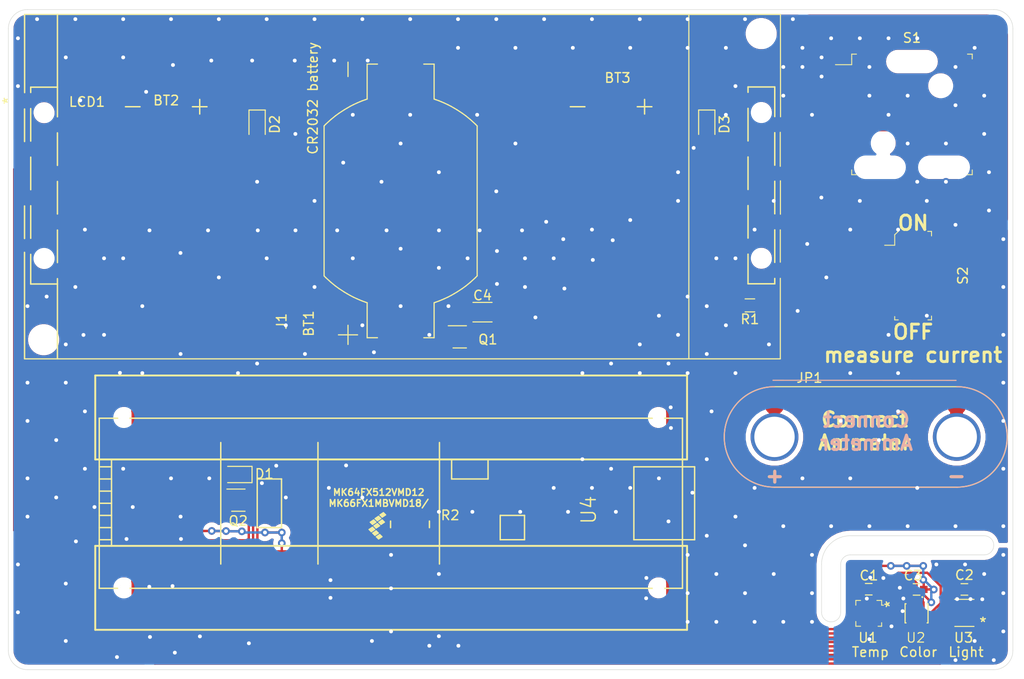
<source format=kicad_pcb>
(kicad_pcb (version 20171130) (host pcbnew "(5.1.4)-1")
  (layers (0 F.Cu signal) (31 B.Cu signal) (34 B.Paste user) (35 F.Paste user) (36 B.SilkS user) (37 F.SilkS user) (38 B.Mask user) (39 F.Mask user) (44 Edge.Cuts user))
  (net 0 "")
  (net 1 "Net-(BT1-Pad+)")
  (net 2 GND)
  (net 3 "Net-(BT2-Pad1)")
  (net 4 /34)
  (net 5 /35)
  (net 6 /36)
  (net 7 "Net-(D1-Pad1)")
  (net 8 "Net-(D1-Pad2)")
  (net 9 /Vin)
  (net 10 "Net-(JP1-Pad1)")
  (net 11 /DB7)
  (net 12 /DB5)
  (net 13 /DB6)
  (net 14 /DB4)
  (net 15 "Net-(LCD1-Pad15)")
  (net 16 /DB3)
  (net 17 /DB2)
  (net 18 "Net-(LCD1-Pad2)")
  (net 19 /DAC0)
  (net 20 /RS)
  (net 21 /RW)
  (net 22 /E)
  (net 23 /DB0)
  (net 24 /DB1)
  (net 25 /3v3)
  (net 26 /2*)
  (net 27 "Net-(Q1-Pad4)")
  (net 28 /17)
  (net 29 /16*)
  (net 30 "Net-(Q2-Pad4)")
  (net 31 /A1)
  (net 32 /A0)
  (net 33 "Net-(R2-Pad4)")
  (net 34 /SCL1)
  (net 35 /SDA1)
  (net 36 /I2C_Pullup)
  (net 37 "Net-(R2-Pad13)")
  (net 38 /11*)
  (net 39 /10*)
  (net 40 /9*)
  (net 41 /7*)
  (net 42 "Net-(U2-Pad4)")
  (net 43 /21*)
  (net 44 "Net-(U3-Pad4)")
  (net 45 /22*)
  (net 46 "Net-(U4-Pad40)")
  (net 47 "Net-(U4-Pad38)")
  (net 48 /SDA0)
  (net 49 /SCL0)
  (net 50 "Net-(BT3-Pad1)")
  (net 51 "Net-(D2-Pad1)")
  (net 52 /20)
  (net 53 /23)
  (net 54 /33*)
  (net 55 /39)
  (net 56 "Net-(U4-Pad2)")
  (net 57 "Net-(U4-Pad18)")
  (net 58 "Net-(U4-Pad19)")
  (net 59 /24)
  (net 60 /25)
  (net 61 "Net-(U4-Pad51)")
  (module Ben_Custom:NHD-0420H1Z-FL-GBW-33V3_Display_with_Header (layer F.Cu) (at 74 41)
    (fp_text reference LCD1 (at 7.2136 0.65278) (layer F.SilkS))
    (fp_text value NHD-0420H1Z-FL-GBW-33V3)
    (fp_text user * (at -1.02746 0.52746 270) (layer F.SilkS))
    (pad None np_thru_hole circle (at 77.69042 -6.49024) (size 2.25 2.25) (drill 2.25) (layers *.Cu *.Mask))
    (pad None np_thru_hole circle (at 2.69042 25.50976) (size 2.25 2.25) (drill 2.25) (layers *.Cu *.Mask))
    (pad 14 smd rect (at 79.48854 13.18746) (size 1.905 1.016) (layers F.Cu F.Paste F.Mask) (net 11 /DB7))
    (pad 12 smd rect (at 79.48854 8.10746) (size 1.905 1.016) (layers F.Cu F.Paste F.Mask) (net 12 /DB5))
    (pad 13 smd rect (at 75.93254 10.64746) (size 1.905 1.016) (layers F.Cu F.Paste F.Mask) (net 13 /DB6))
    (pad 11 smd rect (at 75.93254 5.56746) (size 1.905 1.016) (layers F.Cu F.Paste F.Mask) (net 14 /DB4))
    (pad 15 smd rect (at 75.93254 15.72746) (size 1.905 1.016) (layers F.Cu F.Paste F.Mask) (net 15 "Net-(LCD1-Pad15)"))
    (pad 10 smd rect (at 79.48854 3.02746) (size 1.905 1.016) (layers F.Cu F.Paste F.Mask) (net 16 /DB3))
    (pad 16 smd rect (at 79.48854 18.26746) (size 1.905 1.016) (layers F.Cu F.Paste F.Mask) (net 2 GND))
    (pad 9 smd rect (at 75.93254 0.48746) (size 1.905 1.016) (layers F.Cu F.Paste F.Mask) (net 17 /DB2))
    (pad "" np_thru_hole circle (at 77.71 1.76) (size 1.19 1.19) (drill 1.19) (layers *.Cu *.Mask))
    (pad "" np_thru_hole circle (at 77.71 17) (size 1.19 1.19) (drill 1.19) (layers *.Cu *.Mask))
    (pad "" np_thru_hole circle (at 2.73 17.02) (size 1.19 1.19) (drill 1.19) (layers *.Cu *.Mask))
    (pad "" np_thru_hole circle (at 2.73 1.78) (size 1.19 1.19) (drill 1.19) (layers *.Cu *.Mask))
    (pad 1 smd rect (at 0.95254 0.50746) (size 1.905 1.016) (layers F.Cu F.Paste F.Mask) (net 2 GND))
    (pad 2 smd rect (at 4.50854 3.04746) (size 1.905 1.016) (layers F.Cu F.Paste F.Mask) (net 18 "Net-(LCD1-Pad2)"))
    (pad 3 smd rect (at 0.95254 5.58746) (size 1.905 1.016) (layers F.Cu F.Paste F.Mask) (net 19 /DAC0))
    (pad 4 smd rect (at 4.50854 8.12746) (size 1.905 1.016) (layers F.Cu F.Paste F.Mask) (net 20 /RS))
    (pad 5 smd rect (at 0.95254 10.66746) (size 1.905 1.016) (layers F.Cu F.Paste F.Mask) (net 21 /RW))
    (pad 6 smd rect (at 4.50854 13.20746) (size 1.905 1.016) (layers F.Cu F.Paste F.Mask) (net 22 /E))
    (pad 7 smd rect (at 0.95254 15.74746) (size 1.905 1.016) (layers F.Cu F.Paste F.Mask) (net 23 /DB0))
    (pad 8 smd rect (at 4.50854 18.28746) (size 1.905 1.016) (layers F.Cu F.Paste F.Mask) (net 24 /DB1))
  )
  (module Ben_Custom:Banana_Jack_2Pin (layer F.Cu) (at 153.08 76.67)
    (fp_text reference JP1 (at 3.66 -6.17) (layer F.SilkS))
    (fp_text value Jumper_NO_Small)
    (pad 2 thru_hole circle (at 19.05 0) (size 5 5) (drill 4.22) (layers *.Cu *.Mask) (net 51 "Net-(D2-Pad1)"))
    (pad 1 thru_hole circle (at 0 0) (size 5 5) (drill 4.22) (layers *.Cu *.Mask) (net 10 "Net-(JP1-Pad1)"))
    (pad 1 smd circle (at 0 -3.3) (size 2 2) (layers F.Cu F.Mask) (net 10 "Net-(JP1-Pad1)"))
    (pad 2 smd circle (at 19.05 -3.3) (size 2 2) (layers F.Cu F.Mask) (net 51 "Net-(D2-Pad1)"))
  )
  (module Diodes_SMD:D_SOD-323 (layer F.Cu) (at 96.97 80.6 180)
    (fp_text reference D1 (at -2.78 0.06) (layer F.SilkS))
    (fp_text value D)
    (pad 1 smd rect (at -1.05 0 180) (size 0.6 0.45) (layers F.Cu F.Paste F.Mask) (net 7 "Net-(D1-Pad1)"))
    (pad 2 smd rect (at 1.05 0 180) (size 0.6 0.45) (layers F.Cu F.Paste F.Mask) (net 8 "Net-(D1-Pad2)"))
  )
  (module Ben_Custom:TCS34725 (layer F.Cu) (at 167.93 95.11 270)
    (fp_text reference U2 (at 2.55 0.08 180) (layer F.SilkS) (effects (font (thickness 0.120218))))
    (fp_text value TCS34725FN)
    (pad 5 smd rect (at 0.75 0 270) (size 1 0.4) (layers F.Cu F.Paste F.Mask) (net 29 /16*))
    (pad 4 smd rect (at 0.75 0.65 270) (size 1 0.4) (layers F.Cu F.Paste F.Mask) (net 42 "Net-(U2-Pad4)"))
    (pad 6 smd rect (at 0.75 -0.65 270) (size 1 0.4) (layers F.Cu F.Paste F.Mask) (net 48 /SDA0))
    (pad 3 smd rect (at -0.75 0.65 270) (size 1 0.4) (layers F.Cu F.Paste F.Mask) (net 2 GND))
    (pad 2 smd rect (at -0.75 0 270) (size 1 0.4) (layers F.Cu F.Paste F.Mask) (net 49 /SCL0))
    (pad 1 smd rect (at -0.75 -0.65 270) (size 1 0.4) (layers F.Cu F.Paste F.Mask) (net 53 /23))
  )
  (module Wire_Pads:SolderWirePad_single_SMD_5x10mm (layer F.Cu) (at 95.06 64.59 270)
    (fp_text reference J1 (at 0 -6.5 90) (layer F.SilkS))
    (fp_text value Wire_to_Vbat)
    (pad 1 smd rect (at 0 0 270) (size 5 10) (layers F.Cu F.Paste F.Mask) (net 1 "Net-(BT1-Pad+)"))
  )
  (module Ben_Custom:Teensy3.6_doublewide_header (layer F.Cu) (at 144.04 70.146 270)
    (fp_text reference U4 (at 14.15 10.38 90) (layer F.SilkS) (effects (font (size 1.5 1.5))))
    (fp_text value Teensy3.6)
    (fp_text user MK66FX1MBVMD18/ (at 13.46 32.33 180) (layer F.SilkS) (effects (font (size 0.7 0.7))))
    (fp_text user MK64FX512VMD12 (at 12.317 32.33 180) (layer F.SilkS) (effects (font (size 0.7 0.7))))
    (pad None np_thru_hole circle (at 22.3 3.09 180) (size 1.19 1.19) (drill 1.19) (layers *.Cu *.Mask))
    (pad None np_thru_hole circle (at 22.3 58.97 180) (size 1.19 1.19) (drill 1.19) (layers *.Cu *.Mask))
    (pad 30 smd rect (at 19.474 60.24 180) (size 1.02 2.22) (layers F.Cu F.Paste) (net 54 /33*))
    (pad 30 smd rect (at 25.126 60.24 180) (size 1.02 2.22) (layers F.Cu F.Paste) (net 54 /33*))
    (pad 31 smd rect (at 19.474 57.7 180) (size 1.02 2.22) (layers F.Cu F.Paste) (net 4 /34))
    (pad 31 smd rect (at 25.126 57.7 180) (size 1.02 2.22) (layers F.Cu F.Paste) (net 4 /34))
    (pad 32 smd rect (at 19.474 55.16 180) (size 1.02 2.22) (layers F.Cu F.Paste) (net 5 /35))
    (pad 33 smd rect (at 25.126 52.62 180) (size 1.02 2.22) (layers F.Cu F.Paste) (net 6 /36))
    (pad 32 smd rect (at 25.126 55.16 180) (size 1.02 2.22) (layers F.Cu F.Paste) (net 5 /35))
    (pad 33 smd rect (at 19.474 52.62 180) (size 1.02 2.22) (layers F.Cu F.Paste) (net 6 /36))
    (pad 37 smd rect (at 19.474 42.46 180) (size 1.02 2.22) (layers F.Cu F.Paste) (net 19 /DAC0))
    (pad 35 smd rect (at 25.126 47.54 180) (size 1.02 2.22) (layers F.Cu F.Paste) (net 35 /SDA1))
    (pad 37 smd rect (at 25.126 42.46 180) (size 1.02 2.22) (layers F.Cu F.Paste) (net 19 /DAC0))
    (pad 36 smd rect (at 19.474 45 180) (size 1.02 2.22) (layers F.Cu F.Paste) (net 55 /39))
    (pad 36 smd rect (at 25.126 45 180) (size 1.02 2.22) (layers F.Cu F.Paste) (net 55 /39))
    (pad 34 smd rect (at 19.474 50.08 180) (size 1.02 2.22) (layers F.Cu F.Paste) (net 34 /SCL1))
    (pad 34 smd rect (at 25.126 50.08 180) (size 1.02 2.22) (layers F.Cu F.Paste) (net 34 /SCL1))
    (pad 35 smd rect (at 19.474 47.54 180) (size 1.02 2.22) (layers F.Cu F.Paste) (net 35 /SDA1))
    (pad 40 smd rect (at 25.126 34.84 180) (size 1.02 2.22) (layers F.Cu F.Paste) (net 46 "Net-(U4-Pad40)"))
    (pad 41 smd rect (at 19.474 32.3 180) (size 1.02 2.22) (layers F.Cu F.Paste) (net 32 /A0))
    (pad 38 smd rect (at 19.474 39.92 180) (size 1.02 2.22) (layers F.Cu F.Paste) (net 47 "Net-(U4-Pad38)"))
    (pad 39 smd rect (at 19.474 37.38 180) (size 1.02 2.22) (layers F.Cu F.Paste) (net 2 GND))
    (pad 39 smd rect (at 25.126 37.38 180) (size 1.02 2.22) (layers F.Cu F.Paste) (net 2 GND))
    (pad 41 smd rect (at 25.126 32.3 180) (size 1.02 2.22) (layers F.Cu F.Paste) (net 32 /A0))
    (pad 40 smd rect (at 19.474 34.84 180) (size 1.02 2.22) (layers F.Cu F.Paste) (net 46 "Net-(U4-Pad40)"))
    (pad 38 smd rect (at 25.126 39.92 180) (size 1.02 2.22) (layers F.Cu F.Paste) (net 47 "Net-(U4-Pad38)"))
    (pad 43 smd rect (at 25.126 27.22 180) (size 1.02 2.22) (layers F.Cu F.Paste) (net 29 /16*))
    (pad 45 smd rect (at 19.474 22.14 180) (size 1.02 2.22) (layers F.Cu F.Paste) (net 48 /SDA0))
    (pad 44 smd rect (at 25.126 24.68 180) (size 1.02 2.22) (layers F.Cu F.Paste) (net 28 /17))
    (pad 45 smd rect (at 25.126 22.14 180) (size 1.02 2.22) (layers F.Cu F.Paste) (net 48 /SDA0))
    (pad 44 smd rect (at 19.474 24.68 180) (size 1.02 2.22) (layers F.Cu F.Paste) (net 28 /17))
    (pad 42 smd rect (at 25.126 29.76 180) (size 1.02 2.22) (layers F.Cu F.Paste) (net 31 /A1))
    (pad 42 smd rect (at 19.474 29.76 180) (size 1.02 2.22) (layers F.Cu F.Paste) (net 31 /A1))
    (pad 43 smd rect (at 19.474 27.22 180) (size 1.02 2.22) (layers F.Cu F.Paste) (net 29 /16*))
    (pad 47 smd rect (at 25.126 17.06 180) (size 1.02 2.22) (layers F.Cu F.Paste) (net 52 /20))
    (pad 48 smd rect (at 19.474 14.52 180) (size 1.02 2.22) (layers F.Cu F.Paste) (net 43 /21*))
    (pad 48 smd rect (at 25.126 14.52 180) (size 1.02 2.22) (layers F.Cu F.Paste) (net 43 /21*))
    (pad 49 smd rect (at 25.126 11.98 180) (size 1.02 2.22) (layers F.Cu F.Paste) (net 45 /22*))
    (pad 46 smd rect (at 19.474 19.6 180) (size 1.02 2.22) (layers F.Cu F.Paste) (net 49 /SCL0))
    (pad 49 smd rect (at 19.474 11.98 180) (size 1.02 2.22) (layers F.Cu F.Paste) (net 45 /22*))
    (pad 46 smd rect (at 25.126 19.6 180) (size 1.02 2.22) (layers F.Cu F.Paste) (net 49 /SCL0))
    (pad 47 smd rect (at 19.474 17.06 180) (size 1.02 2.22) (layers F.Cu F.Paste) (net 52 /20))
    (pad 50 smd rect (at 25.126 9.44 180) (size 1.02 2.22) (layers F.Cu F.Paste) (net 53 /23))
    (pad 51 smd rect (at 19.474 6.9 180) (size 1.02 2.22) (layers F.Cu F.Paste) (net 61 "Net-(U4-Pad51)"))
    (pad 52 smd rect (at 19.474 4.36 180) (size 1.02 2.22) (layers F.Cu F.Paste) (net 2 GND))
    (pad 52 smd rect (at 25.126 4.36 180) (size 1.02 2.22) (layers F.Cu F.Paste) (net 2 GND))
    (pad 50 smd rect (at 19.474 9.44 180) (size 1.02 2.22) (layers F.Cu F.Paste) (net 53 /23))
    (pad 51 smd rect (at 25.126 6.9 180) (size 1.02 2.22) (layers F.Cu F.Paste) (net 61 "Net-(U4-Pad51)"))
    (pad 53 smd rect (at 19.474 1.82 180) (size 1.02 2.22) (layers F.Cu F.Paste) (net 9 /Vin))
    (pad 53 smd rect (at 25.126 1.82 180) (size 1.02 2.22) (layers F.Cu F.Paste) (net 9 /Vin))
    (pad 1 smd rect (at 7.316 1.82 180) (size 1.02 2.22) (layers F.Cu F.Paste) (net 2 GND))
    (pad 1 smd rect (at 1.664 1.82 180) (size 1.02 2.22) (layers F.Cu F.Paste) (net 2 GND))
    (pad 2 smd rect (at 7.316 4.36 180) (size 1.02 2.22) (layers F.Cu F.Paste) (net 56 "Net-(U4-Pad2)"))
    (pad 2 smd rect (at 1.664 4.36 180) (size 1.02 2.22) (layers F.Cu F.Paste) (net 56 "Net-(U4-Pad2)"))
    (pad 3 smd rect (at 7.316 6.9 180) (size 1.02 2.22) (layers F.Cu F.Paste) (net 11 /DB7))
    (pad 3 smd rect (at 1.664 6.9 180) (size 1.02 2.22) (layers F.Cu F.Paste) (net 11 /DB7))
    (pad 4 smd rect (at 7.316 9.44 180) (size 1.02 2.22) (layers F.Cu F.Paste) (net 26 /2*))
    (pad 4 smd rect (at 1.664 9.44 180) (size 1.02 2.22) (layers F.Cu F.Paste) (net 26 /2*))
    (pad 5 smd rect (at 7.316 11.98 180) (size 1.02 2.22) (layers F.Cu F.Paste) (net 13 /DB6))
    (pad 5 smd rect (at 1.664 11.98 180) (size 1.02 2.22) (layers F.Cu F.Paste) (net 13 /DB6))
    (pad 6 smd rect (at 7.316 14.52 180) (size 1.02 2.22) (layers F.Cu F.Paste) (net 12 /DB5))
    (pad 6 smd rect (at 1.664 14.52 180) (size 1.02 2.22) (layers F.Cu F.Paste) (net 12 /DB5))
    (pad 7 smd rect (at 7.316 17.06 180) (size 1.02 2.22) (layers F.Cu F.Paste) (net 14 /DB4))
    (pad 7 smd rect (at 1.664 17.06 180) (size 1.02 2.22) (layers F.Cu F.Paste) (net 14 /DB4))
    (pad 8 smd rect (at 7.316 19.6 180) (size 1.02 2.22) (layers F.Cu F.Paste) (net 16 /DB3))
    (pad 8 smd rect (at 1.664 19.6 180) (size 1.02 2.22) (layers F.Cu F.Paste) (net 16 /DB3))
    (pad 9 smd rect (at 7.316 22.14 180) (size 1.02 2.22) (layers F.Cu F.Paste) (net 41 /7*))
    (pad 9 smd rect (at 1.664 22.14 180) (size 1.02 2.22) (layers F.Cu F.Paste) (net 41 /7*))
    (pad 10 smd rect (at 7.316 24.68 180) (size 1.02 2.22) (layers F.Cu F.Paste) (net 17 /DB2))
    (pad 10 smd rect (at 1.664 24.68 180) (size 1.02 2.22) (layers F.Cu F.Paste) (net 17 /DB2))
    (pad 11 smd rect (at 7.316 27.22 180) (size 1.02 2.22) (layers F.Cu F.Paste) (net 40 /9*))
    (pad 11 smd rect (at 1.664 27.22 180) (size 1.02 2.22) (layers F.Cu F.Paste) (net 40 /9*))
    (pad 12 smd rect (at 7.316 29.76 180) (size 1.02 2.22) (layers F.Cu F.Paste) (net 39 /10*))
    (pad 12 smd rect (at 1.664 29.76 180) (size 1.02 2.22) (layers F.Cu F.Paste) (net 39 /10*))
    (pad 13 smd rect (at 7.316 32.3 180) (size 1.02 2.22) (layers F.Cu F.Paste) (net 38 /11*))
    (pad 13 smd rect (at 1.664 32.3 180) (size 1.02 2.22) (layers F.Cu F.Paste) (net 38 /11*))
    (pad 14 smd rect (at 7.316 34.84 180) (size 1.02 2.22) (layers F.Cu F.Paste) (net 36 /I2C_Pullup))
    (pad 14 smd rect (at 1.664 34.84 180) (size 1.02 2.22) (layers F.Cu F.Paste) (net 36 /I2C_Pullup))
    (pad 15 smd rect (at 7.316 37.38 180) (size 1.02 2.22) (layers F.Cu F.Paste) (net 25 /3v3))
    (pad 15 smd rect (at 1.664 37.38 180) (size 1.02 2.22) (layers F.Cu F.Paste) (net 25 /3v3))
    (pad 16 smd rect (at 7.316 39.92 180) (size 1.02 2.22) (layers F.Cu F.Paste) (net 59 /24))
    (pad 16 smd rect (at 1.664 39.92 180) (size 1.02 2.22) (layers F.Cu F.Paste) (net 59 /24))
    (pad 17 smd rect (at 7.316 42.46 180) (size 1.02 2.22) (layers F.Cu F.Paste) (net 60 /25))
    (pad 17 smd rect (at 1.664 42.46 180) (size 1.02 2.22) (layers F.Cu F.Paste) (net 60 /25))
    (pad 18 smd rect (at 7.316 45 180) (size 1.02 2.22) (layers F.Cu F.Paste) (net 57 "Net-(U4-Pad18)"))
    (pad 18 smd rect (at 1.664 45 180) (size 1.02 2.22) (layers F.Cu F.Paste) (net 57 "Net-(U4-Pad18)"))
    (pad 19 smd rect (at 7.316 47.54 180) (size 1.02 2.22) (layers F.Cu F.Paste) (net 58 "Net-(U4-Pad19)"))
    (pad 19 smd rect (at 1.664 47.54 180) (size 1.02 2.22) (layers F.Cu F.Paste) (net 58 "Net-(U4-Pad19)"))
    (pad 20 smd rect (at 7.316 50.08 180) (size 1.02 2.22) (layers F.Cu F.Paste) (net 20 /RS))
    (pad 20 smd rect (at 1.664 50.08 180) (size 1.02 2.22) (layers F.Cu F.Paste) (net 20 /RS))
    (pad 21 smd rect (at 7.316 52.62 180) (size 1.02 2.22) (layers F.Cu F.Paste) (net 22 /E))
    (pad 21 smd rect (at 1.664 52.62 180) (size 1.02 2.22) (layers F.Cu F.Paste) (net 22 /E))
    (pad 22 smd rect (at 7.316 55.16 180) (size 1.02 2.22) (layers F.Cu F.Paste) (net 21 /RW))
    (pad 22 smd rect (at 1.664 55.16 180) (size 1.02 2.22) (layers F.Cu F.Paste) (net 21 /RW))
    (pad 23 smd rect (at 7.316 57.7 180) (size 1.02 2.22) (layers F.Cu F.Paste) (net 24 /DB1))
    (pad 23 smd rect (at 1.664 57.7 180) (size 1.02 2.22) (layers F.Cu F.Paste) (net 24 /DB1))
    (pad 24 smd rect (at 7.316 60.24 180) (size 1.02 2.22) (layers F.Cu F.Paste) (net 23 /DB0))
    (pad 24 smd rect (at 1.664 60.24 180) (size 1.02 2.22) (layers F.Cu F.Paste) (net 23 /DB0))
    (pad None np_thru_hole circle (at 4.49 58.97 180) (size 1.19 1.19) (drill 1.19) (layers *.Cu *.Mask))
    (pad None np_thru_hole circle (at 4.49 3.09 180) (size 1.19 1.19) (drill 1.19) (layers *.Cu *.Mask))
  )
  (module Ben_Custom:BU2032SM-BT-GTR (layer F.Cu) (at 114 52 90)
    (fp_text reference BT1 (at -12.81935 -9.59943 90) (layer F.SilkS) (effects (font (size 1.00178 1.00178))))
    (fp_text value BU2032SM-BT-GTR)
    (fp_text user "CR2032 battery" (at 10.72896 -9.17448 90) (layer F.SilkS))
    (pad + smd rect (at -14.65 0 90) (size 3.2 4.2) (layers F.Cu F.Paste F.Mask) (net 1 "Net-(BT1-Pad+)"))
    (pad - smd rect (at 14.65 0 90) (size 3.2 4.2) (layers F.Cu F.Paste F.Mask) (net 2 GND))
  )
  (module Diodes_SMD:D_SOD-323 (layer F.Cu) (at 146 44 270)
    (fp_text reference D3 (at 0 -1.85 90) (layer F.SilkS))
    (fp_text value D)
    (pad 1 smd rect (at -1.05 0 270) (size 0.6 0.45) (layers F.Cu F.Paste F.Mask) (net 51 "Net-(D2-Pad1)"))
    (pad 2 smd rect (at 1.05 0 270) (size 0.6 0.45) (layers F.Cu F.Paste F.Mask) (net 50 "Net-(BT3-Pad1)"))
  )
  (module Ben_Custom:BH3AAW-Battery_wire_pads (layer F.Cu) (at 136 48 180)
    (fp_text reference BT3 (at -0.68 8.86) (layer F.SilkS))
    (fp_text value Battery)
    (fp_text user - (at 3.5 6) (layer F.SilkS) (effects (font (size 2 2))))
    (fp_text user + (at -3.5 6) (layer F.SilkS) (effects (font (size 2 2))))
    (pad 2 smd rect (at 3.5 0 180) (size 5 10) (layers F.Cu F.Paste F.Mask) (net 2 GND))
    (pad 1 smd rect (at -3.5 0 180) (size 5 10) (layers F.Cu F.Paste F.Mask) (net 50 "Net-(BT3-Pad1)"))
  )
  (module Capacitors_SMD:C_1206 (layer F.Cu) (at 122.56 63.63)
    (fp_text reference C4 (at 0 -1.75) (layer F.SilkS))
    (fp_text value 100uF)
    (pad 1 smd rect (at -1.5 0) (size 1 1.6) (layers F.Cu F.Paste F.Mask) (net 25 /3v3))
    (pad 2 smd rect (at 1.5 0) (size 1 1.6) (layers F.Cu F.Paste F.Mask) (net 2 GND))
  )
  (module digikey-footprints:Pressure_Sensor_LGA-8_2.5x2.5mm_BME280 (layer F.Cu) (at 162.93 95.11 270)
    (fp_text reference U1 (at 2.55 0.08 180) (layer F.SilkS))
    (fp_text value BME280)
    (fp_text user * (at -0.95 -2.24 90) (layer F.SilkS))
    (pad 8 smd rect (at -0.975 1.024999 270) (size 0.35 0.5) (layers F.Cu F.Paste F.Mask) (net 52 /20))
    (pad 7 smd rect (at -0.325 1.024999 270) (size 0.35 0.5) (layers F.Cu F.Paste F.Mask) (net 2 GND))
    (pad 6 smd rect (at 0.325 1.024999 270) (size 0.35 0.5) (layers F.Cu F.Paste F.Mask) (net 52 /20))
    (pad 5 smd rect (at 0.975 1.024999 270) (size 0.35 0.5) (layers F.Cu F.Paste F.Mask) (net 52 /20))
    (pad 4 smd rect (at 0.975 -1.025 270) (size 0.35 0.5) (layers F.Cu F.Paste F.Mask) (net 49 /SCL0))
    (pad 3 smd rect (at 0.325 -1.025 270) (size 0.35 0.5) (layers F.Cu F.Paste F.Mask) (net 48 /SDA0))
    (pad 2 smd rect (at -0.325 -1.025 270) (size 0.35 0.5) (layers F.Cu F.Paste F.Mask) (net 52 /20))
    (pad 1 smd rect (at -0.975 -1.025 270) (size 0.35 0.5) (layers F.Cu F.Paste F.Mask) (net 2 GND))
  )
  (module Ben_Custom:TSL25911FN (layer F.Cu) (at 172.93 95.07 180)
    (fp_text reference U3 (at 0.08 -2.59) (layer F.SilkS))
    (fp_text value TSL25911FN)
    (fp_text user * (at -1.94 -1) (layer F.SilkS))
    (pad 1 smd rect (at -0.75 -0.65 180) (size 1.2 0.35) (layers F.Cu F.Paste F.Mask) (net 34 /SCL1))
    (pad 6 smd rect (at 0.75 -0.65 180) (size 1.2 0.35) (layers F.Cu F.Paste F.Mask) (net 35 /SDA1))
    (pad 2 smd rect (at -0.75 0 180) (size 1.2 0.35) (layers F.Cu F.Paste F.Mask) (net 54 /33*))
    (pad 3 smd rect (at -0.75 0.65 180) (size 1.2 0.35) (layers F.Cu F.Paste F.Mask) (net 2 GND))
    (pad 5 smd rect (at 0.75 0 180) (size 1.2 0.35) (layers F.Cu F.Paste F.Mask) (net 28 /17))
    (pad 4 smd rect (at 0.75 0.65 180) (size 1.2 0.35) (layers F.Cu F.Paste F.Mask) (net 44 "Net-(U3-Pad4)"))
  )
  (module digikey-footprints:Switch_Slide_JS202011SCQN (layer F.Cu) (at 167.57 59.81 270)
    (fp_text reference S2 (at 0 -5.2 90) (layer F.SilkS))
    (fp_text value JS202011SCQN)
    (pad 6 smd rect (at 2.5 -2.75 270) (size 1.2 2.5) (layers F.Cu F.Paste F.Mask) (net 10 "Net-(JP1-Pad1)"))
    (pad 5 smd rect (at 0 -2.75 270) (size 1.2 2.5) (layers F.Cu F.Paste F.Mask) (net 9 /Vin))
    (pad 4 smd rect (at -2.5 -2.75 270) (size 1.2 2.5) (layers F.Cu F.Paste F.Mask) (net 51 "Net-(D2-Pad1)"))
    (pad 1 smd rect (at -2.5 2.75 270) (size 1.2 2.5) (layers F.Cu F.Paste F.Mask) (net 51 "Net-(D2-Pad1)"))
    (pad 2 smd rect (at 0 2.75 270) (size 1.2 2.5) (layers F.Cu F.Paste F.Mask) (net 9 /Vin))
    (pad 3 smd rect (at 2.5 2.75 270) (size 1.2 2.5) (layers F.Cu F.Paste F.Mask) (net 10 "Net-(JP1-Pad1)"))
  )
  (module digikey-footprints:Switch_Nav_12.4x12.4mm_SMD_JS5208 (layer F.Cu) (at 167.45 42.96)
    (fp_text reference S1 (at 0 -8) (layer F.SilkS))
    (fp_text value JS5208)
    (pad "" np_thru_hole circle (at -3 3) (size 1.6 1.6) (drill 1.6) (layers *.Cu *.Mask))
    (pad "" np_thru_hole oval (at 0 -5.525) (size 4.4 1.45) (drill oval 4.4 1.45) (layers *.Cu *.Mask))
    (pad 6 smd rect (at 7.5 4) (size 2 1.9) (layers F.Cu F.Paste F.Mask) (net 26 /2*))
    (pad 5 smd rect (at 7.5 0) (size 2 1.9) (layers F.Cu F.Paste F.Mask) (net 38 /11*))
    (pad 4 smd rect (at 7.5 -4) (size 2 1.9) (layers F.Cu F.Paste F.Mask) (net 40 /9*))
    (pad 3 smd rect (at -7.5 4) (size 2 1.9) (layers F.Cu F.Paste F.Mask) (net 39 /10*))
    (pad 2 smd rect (at -7.5 0) (size 2 1.9) (layers F.Cu F.Paste F.Mask) (net 41 /7*))
    (pad 1 smd rect (at -7.5 -4) (size 2 1.9) (layers F.Cu F.Paste F.Mask) (net 2 GND))
    (pad "" np_thru_hole oval (at -3.35 5.525) (size 4.4 1.45) (drill oval 4.4 1.45) (layers *.Cu *.Mask))
    (pad "" np_thru_hole oval (at 3.35 5.525) (size 4.4 1.45) (drill oval 4.4 1.45) (layers *.Cu *.Mask))
    (pad "" np_thru_hole circle (at 3 -3) (size 1.6 1.6) (drill 1.6) (layers *.Cu *.Mask))
  )
  (module Ben_Custom:Resistor_array_1506_8x (layer F.Cu) (at 114.98 85.81 90)
    (fp_text reference R2 (at 0.95 4.2 180) (layer F.SilkS))
    (fp_text value EXB-2HV472JV_-_8x4.7k_resistor_array)
    (pad 1 smd rect (at -0.9652 -1.750002 90) (size 0.6858 0.2032) (layers F.Cu F.Paste F.Mask) (net 32 /A0))
    (pad 2 smd rect (at -0.9652 -1.25 90) (size 0.6858 0.2032) (layers F.Cu F.Paste F.Mask) (net 32 /A0))
    (pad 3 smd rect (at -0.9652 -0.750001 90) (size 0.6858 0.2032) (layers F.Cu F.Paste F.Mask) (net 31 /A1))
    (pad 4 smd rect (at -0.9652 -0.25 90) (size 0.6858 0.2032) (layers F.Cu F.Paste F.Mask) (net 33 "Net-(R2-Pad4)"))
    (pad 5 smd rect (at -0.9652 0.25 90) (size 0.6858 0.2032) (layers F.Cu F.Paste F.Mask) (net 34 /SCL1))
    (pad 6 smd rect (at -0.9652 0.749998 90) (size 0.6858 0.2032) (layers F.Cu F.Paste F.Mask) (net 35 /SDA1))
    (pad 7 smd rect (at -0.9652 1.25 90) (size 0.6858 0.2032) (layers F.Cu F.Paste F.Mask) (net 49 /SCL0))
    (pad 8 smd rect (at -0.9652 1.749999 90) (size 0.6858 0.2032) (layers F.Cu F.Paste F.Mask) (net 48 /SDA0))
    (pad 9 smd rect (at 0.9652 1.750002 90) (size 0.6858 0.2032) (layers F.Cu F.Paste F.Mask) (net 36 /I2C_Pullup))
    (pad 10 smd rect (at 0.9652 1.25 90) (size 0.6858 0.2032) (layers F.Cu F.Paste F.Mask) (net 36 /I2C_Pullup))
    (pad 11 smd rect (at 0.9652 0.750001 90) (size 0.6858 0.2032) (layers F.Cu F.Paste F.Mask) (net 36 /I2C_Pullup))
    (pad 12 smd rect (at 0.9652 0.25 90) (size 0.6858 0.2032) (layers F.Cu F.Paste F.Mask) (net 36 /I2C_Pullup))
    (pad 13 smd rect (at 0.9652 -0.25 90) (size 0.6858 0.2032) (layers F.Cu F.Paste F.Mask) (net 37 "Net-(R2-Pad13)"))
    (pad 14 smd rect (at 0.9652 -0.749998 90) (size 0.6858 0.2032) (layers F.Cu F.Paste F.Mask) (net 7 "Net-(D1-Pad1)"))
    (pad 15 smd rect (at 0.9652 -1.25 90) (size 0.6858 0.2032) (layers F.Cu F.Paste F.Mask) (net 30 "Net-(Q2-Pad4)"))
    (pad 16 smd rect (at 0.9652 -1.749999 90) (size 0.6858 0.2032) (layers F.Cu F.Paste F.Mask) (net 2 GND))
  )
  (module Resistors_SMD:R_0603 (layer F.Cu) (at 150.51 62.92 180)
    (fp_text reference R1 (at 0 -1.45) (layer F.SilkS))
    (fp_text value 2)
    (pad 1 smd rect (at -0.75 0 180) (size 0.5 0.9) (layers F.Cu F.Paste F.Mask) (net 27 "Net-(Q1-Pad4)"))
    (pad 2 smd rect (at 0.75 0 180) (size 0.5 0.9) (layers F.Cu F.Paste F.Mask) (net 15 "Net-(LCD1-Pad15)"))
  )
  (module TO_SOT_Packages_SMD:SOT-363_SC-70-6 (layer F.Cu) (at 97.04 83.28)
    (fp_text reference Q2 (at -0.02 2.17) (layer F.SilkS))
    (fp_text value NTJD4001NT1G)
    (pad 1 smd rect (at -0.95 -0.65) (size 0.65 0.4) (layers F.Cu F.Paste F.Mask) (net 8 "Net-(D1-Pad2)"))
    (pad 3 smd rect (at -0.95 0.65) (size 0.65 0.4) (layers F.Cu F.Paste F.Mask) (net 9 /Vin))
    (pad 5 smd rect (at 0.95 0) (size 0.65 0.4) (layers F.Cu F.Paste F.Mask) (net 55 /39))
    (pad 2 smd rect (at -0.95 0) (size 0.65 0.4) (layers F.Cu F.Paste F.Mask) (net 6 /36))
    (pad 4 smd rect (at 0.95 0.65) (size 0.65 0.4) (layers F.Cu F.Paste F.Mask) (net 30 "Net-(Q2-Pad4)"))
    (pad 6 smd rect (at 0.95 -0.65) (size 0.65 0.4) (layers F.Cu F.Paste F.Mask) (net 1 "Net-(BT1-Pad+)"))
  )
  (module TO_SOT_Packages_SMD:SOT-363_SC-70-6 (layer F.Cu) (at 120.18 66.21)
    (fp_text reference Q1 (at 2.94 0.28) (layer F.SilkS))
    (fp_text value NTJD4001NT1G)
    (pad 1 smd rect (at -0.95 -0.65) (size 0.65 0.4) (layers F.Cu F.Paste F.Mask) (net 18 "Net-(LCD1-Pad2)"))
    (pad 3 smd rect (at -0.95 0.65) (size 0.65 0.4) (layers F.Cu F.Paste F.Mask) (net 25 /3v3))
    (pad 5 smd rect (at 0.95 0) (size 0.65 0.4) (layers F.Cu F.Paste F.Mask) (net 60 /25))
    (pad 2 smd rect (at -0.95 0) (size 0.65 0.4) (layers F.Cu F.Paste F.Mask) (net 59 /24))
    (pad 4 smd rect (at 0.95 0.65) (size 0.65 0.4) (layers F.Cu F.Paste F.Mask) (net 27 "Net-(Q1-Pad4)"))
    (pad 6 smd rect (at 0.95 -0.65) (size 0.65 0.4) (layers F.Cu F.Paste F.Mask) (net 25 /3v3))
  )
  (module Diodes_SMD:D_SOD-323 (layer F.Cu) (at 99 44 270)
    (fp_text reference D2 (at 0 -1.85 90) (layer F.SilkS))
    (fp_text value D)
    (pad 1 smd rect (at -1.05 0 270) (size 0.6 0.45) (layers F.Cu F.Paste F.Mask) (net 51 "Net-(D2-Pad1)"))
    (pad 2 smd rect (at 1.05 0 270) (size 0.6 0.45) (layers F.Cu F.Paste F.Mask) (net 3 "Net-(BT2-Pad1)"))
  )
  (module Capacitors_SMD:C_0603 (layer F.Cu) (at 167.93 92.61)
    (fp_text reference C3 (at -0.36 -1.45) (layer F.SilkS))
    (fp_text value 0.1uF)
    (pad 1 smd rect (at -0.75 0) (size 0.8 0.75) (layers F.Cu F.Paste F.Mask) (net 2 GND))
    (pad 2 smd rect (at 0.75 0) (size 0.8 0.75) (layers F.Cu F.Paste F.Mask) (net 53 /23))
  )
  (module Capacitors_SMD:C_0603 (layer F.Cu) (at 172.93 92.61)
    (fp_text reference C2 (at 0 -1.5) (layer F.SilkS))
    (fp_text value 0.1uF)
    (pad 1 smd rect (at -0.75 0) (size 0.8 0.75) (layers F.Cu F.Paste F.Mask) (net 28 /17))
    (pad 2 smd rect (at 0.75 0) (size 0.8 0.75) (layers F.Cu F.Paste F.Mask) (net 2 GND))
  )
  (module Capacitors_SMD:C_0603 (layer F.Cu) (at 162.93 92.59 180)
    (fp_text reference C1 (at -0.02 1.43) (layer F.SilkS))
    (fp_text value 0.1uF)
    (pad 2 smd rect (at 0.75 0 180) (size 0.8 0.75) (layers F.Cu F.Paste F.Mask) (net 52 /20))
    (pad 1 smd rect (at -0.75 0 180) (size 0.8 0.75) (layers F.Cu F.Paste F.Mask) (net 2 GND))
  )
  (module Ben_Custom:BH3AAW-Battery_wire_pads (layer F.Cu) (at 89.5 48 180)
    (fp_text reference BT2 (at 0 6.5) (layer F.SilkS))
    (fp_text value Battery)
    (fp_text user - (at 3.5 6) (layer F.SilkS) (effects (font (size 2 2))))
    (fp_text user + (at -3.5 6) (layer F.SilkS) (effects (font (size 2 2))))
    (pad 2 smd rect (at 3.5 0 180) (size 5 10) (layers F.Cu F.Paste F.Mask) (net 2 GND))
    (pad 1 smd rect (at -3.5 0 180) (size 5 10) (layers F.Cu F.Paste F.Mask) (net 3 "Net-(BT2-Pad1)"))
  )
  (gr_arc (start 175 88) (end 175 89) (angle -180) (layer Edge.Cuts) (width 0.05))
  (gr_arc (start 161 90) (end 161 87) (angle -90) (layer Edge.Cuts) (width 0.05))
  (gr_line (start 175 87) (end 161 87) (layer Edge.Cuts) (width 0.05))
  (gr_arc (start 161 90) (end 161 89) (angle -90) (layer Edge.Cuts) (width 0.05))
  (gr_line (start 161 89) (end 175 89) (layer Edge.Cuts) (width 0.05))
  (gr_line (start 153.04 81.93) (end 172.23 81.93) (layer B.SilkS) (width 0.12))
  (gr_line (start 152.92 70.75) (end 172.06 70.76) (layer B.SilkS) (width 0.12))
  (gr_arc (start 172.14 76.67) (end 172.14 81.92) (angle -180) (layer B.SilkS) (width 0.12))
  (gr_arc (start 153.08 76.67) (end 153.08 71.42) (angle -180) (layer B.SilkS) (width 0.12))
  (gr_text + (at 153.12 80.72) (layer B.SilkS) (effects (font (size 1.5 1.5) (thickness 0.3))))
  (gr_text - (at 172.12 80.72) (layer B.SilkS) (effects (font (size 1.5 1.5) (thickness 0.3))))
  (gr_text "Connect\nAmmeter" (at 162.69 76.1) (layer B.SilkS) (effects (font (size 1.5 1.5) (thickness 0.3)) (justify mirror)))
  (gr_text Temp (at 163.1 99.16) (layer F.SilkS) (effects (font (size 1 1))))
  (gr_text Color (at 168.1 99.16) (layer F.SilkS) (effects (font (size 1 1))))
  (gr_text Light (at 173.1 99.16) (layer F.SilkS) (effects (font (size 1 1))))
  (gr_arc (start 159 95) (end 158 95) (angle -180) (layer Edge.Cuts) (width 0.05))
  (gr_line (start 158 95) (end 158 90) (layer Edge.Cuts) (width 0.05))
  (gr_line (start 160 90) (end 160 95) (layer Edge.Cuts) (width 0.05))
  (gr_arc (start 75 99) (end 73 99) (angle -90) (layer Edge.Cuts) (width 0.05))
  (gr_arc (start 176 99) (end 176 101) (angle -90) (layer Edge.Cuts) (width 0.05))
  (gr_arc (start 176 34) (end 178 34) (angle -90) (layer Edge.Cuts) (width 0.05))
  (gr_arc (start 75 34) (end 75 32) (angle -90) (layer Edge.Cuts) (width 0.05))
  (gr_line (start 73 99) (end 73 34) (layer Edge.Cuts) (width 0.05))
  (gr_line (start 176 101) (end 75 101) (layer Edge.Cuts) (width 0.05))
  (gr_line (start 178 34) (end 178 99) (layer Edge.Cuts) (width 0.05))
  (gr_line (start 75 32) (end 176 32) (layer Edge.Cuts) (width 0.05))
  (gr_text - (at 172.1 80.72) (layer F.SilkS) (effects (font (size 1.5 1.5) (thickness 0.3))))
  (gr_text + (at 153.1 80.72) (layer F.SilkS) (effects (font (size 1.5 1.5) (thickness 0.3))))
  (gr_text "Connect\nAmmeter" (at 162.5 76.06) (layer F.SilkS) (effects (font (size 1.5 1.5) (thickness 0.3))))
  (gr_text "OFF\nmeasure current" (at 167.56 66.91) (layer F.SilkS) (effects (font (size 1.5 1.5) (thickness 0.3))))
  (gr_text ON (at 167.57 54.31) (layer F.SilkS) (effects (font (size 1.5 1.5) (thickness 0.3))))
  (segment (start 114 66.65) (end 96.11 66.65) (width 1) (layer F.Cu) (net 1))
  (segment (start 96.11 66.65) (end 95.42 65.96) (width 1) (layer F.Cu) (net 1))
  (segment (start 95.1 65.58) (end 96.4 65.58) (width 0.25) (layer F.Cu) (net 1))
  (segment (start 96.4 65.58) (end 97.73 66.91) (width 0.25) (layer F.Cu) (net 1))
  (segment (start 95.1 65.58) (end 95.97 65.58) (width 0.25) (layer F.Cu) (net 1))
  (segment (start 95.97 65.58) (end 97.77 67.38) (width 0.25) (layer F.Cu) (net 1))
  (segment (start 97.77 67.38) (end 97.77 71.91) (width 0.25) (layer F.Cu) (net 1))
  (segment (start 97.77 71.91) (end 97.77 79.08) (width 0.25) (layer F.Cu) (net 1))
  (segment (start 97.77 79.08) (end 96.97 79.88) (width 0.25) (layer F.Cu) (net 1))
  (segment (start 96.97 79.88) (end 96.97 81.65) (width 0.25) (layer F.Cu) (net 1))
  (segment (start 96.97 81.65) (end 97.96 82.64) (width 0.25) (layer F.Cu) (net 1))
  (segment (start 86.375001 73.988399) (end 86.375001 77.394999) (width 1) (layer F.Cu) (net 24))
  (segment (start 86.35 71.784) (end 86.35 73.963398) (width 1) (layer F.Cu) (net 24))
  (segment (start 86.35 73.963398) (end 86.375001 73.988399) (width 1) (layer F.Cu) (net 24))
  (segment (start 119.37 71.784) (end 119.41 77.54) (width 1) (layer F.Cu) (net 17))
  (segment (start 119.41 77.54) (end 119.37 77.436) (width 1) (layer F.Cu) (net 17))
  (segment (start 83.784999 95.454999) (end 83.79 95.46) (width 1) (layer F.Cu) (net 54))
  (segment (start 163.955 93.71) (end 163.96 93.705) (width 0.25) (layer F.Cu) (net 2))
  (segment (start 163.955 94.135) (end 163.955 93.71) (width 0.25) (layer F.Cu) (net 2))
  (segment (start 163.96 92.83) (end 163.72 92.59) (width 0.25) (layer F.Cu) (net 2))
  (segment (start 163.41 92.85) (end 163.66 92.6) (width 0.25) (layer F.Cu) (net 2))
  (segment (start 167.28 94.36) (end 167.28 93.61) (width 0.25) (layer F.Cu) (net 2))
  (segment (start 173.68 92.61) (end 173.68 94.43) (width 0.25) (layer F.Cu) (net 2))
  (segment (start 167.205565 91.098361) (end 167.217204 91.11) (width 0.25) (layer B.Cu) (net 2))
  (segment (start 163.96 93.48) (end 163.96 92.83) (width 0.25) (layer F.Cu) (net 2))
  (segment (start 163.96 93.705) (end 163.96 93.48) (width 0.25) (layer F.Cu) (net 2))
  (segment (start 167.28 93.38) (end 167.28 92.65) (width 0.25) (layer F.Cu) (net 2))
  (segment (start 167.28 93.61) (end 167.28 93.38) (width 0.25) (layer F.Cu) (net 2))
  (segment (start 86 48) (end 86 50.5) (width 1) (layer F.Cu) (net 2))
  (segment (start 132.5 50.5) (end 132.5 48) (width 1) (layer F.Cu) (net 2))
  (segment (start 99 45.05) (end 93.23 45.05) (width 1) (layer F.Cu) (net 3))
  (segment (start 93.23 45.05) (end 93.31 45.13) (width 1) (layer F.Cu) (net 3))
  (segment (start 93.31 45.13) (end 93.31 45.68) (width 1) (layer F.Cu) (net 3))
  (segment (start 139.664999 77.754999) (end 139.67 77.76) (width 1) (layer F.Cu) (net 56))
  (segment (start 161.365001 95.435) (end 161.360001 95.44) (width 0.25) (layer F.Cu) (net 52))
  (segment (start 161.865001 95.435) (end 161.365001 95.435) (width 0.25) (layer F.Cu) (net 52))
  (segment (start 161.360001 95.44) (end 161.29 95.44) (width 0.25) (layer F.Cu) (net 52))
  (segment (start 161.29 94.210001) (end 161.29 96.09) (width 0.25) (layer F.Cu) (net 52))
  (segment (start 161.29 96.09) (end 161.85 96.09) (width 0.25) (layer F.Cu) (net 52))
  (segment (start 161.365001 94.135) (end 161.29 94.210001) (width 0.25) (layer F.Cu) (net 52))
  (segment (start 161.865001 94.135) (end 161.365001 94.135) (width 0.25) (layer F.Cu) (net 52))
  (segment (start 161.905001 94.135) (end 161.905001 92.634999) (width 0.25) (layer F.Cu) (net 52))
  (segment (start 161.905001 92.634999) (end 161.93 92.61) (width 0.25) (layer F.Cu) (net 52))
  (segment (start 137.15 71.784) (end 137.15 77.57) (width 1) (layer F.Cu) (net 11))
  (segment (start 137.15 77.57) (end 137.15 77.436) (width 1) (layer F.Cu) (net 11))
  (segment (start 172.18 92.61) (end 172.155 92.61) (width 0.25) (layer F.Cu) (net 28))
  (segment (start 171.08501 94.80501) (end 171.37 95.09) (width 0.25) (layer F.Cu) (net 28))
  (segment (start 171.37 95.09) (end 172.15 95.09) (width 0.25) (layer F.Cu) (net 28))
  (segment (start 171.08501 94.80501) (end 171.08501 93.65499) (width 0.25) (layer F.Cu) (net 28))
  (segment (start 171.08501 93.65499) (end 172.14 92.6) (width 0.25) (layer F.Cu) (net 28))
  (segment (start 134.61 71.784) (end 134.61 77.39) (width 1) (layer F.Cu) (net 26))
  (segment (start 134.61 77.39) (end 134.61 77.436) (width 1) (layer F.Cu) (net 26))
  (segment (start 168.58 94.36) (end 168.58 93.61) (width 0.25) (layer F.Cu) (net 53))
  (segment (start 168.58 93.61) (end 168.58 92.66) (width 0.25) (layer F.Cu) (net 53))
  (segment (start 134.59 70.76) (end 134.59 71.86) (width 0.25) (layer F.Cu) (net 26))
  (segment (start 170.32 59.81) (end 168.07 59.81) (width 1) (layer F.Cu) (net 9))
  (segment (start 168.07 59.81) (end 163.55 59.81) (width 1) (layer F.Cu) (net 9))
  (segment (start 163.55 59.81) (end 154.07 69.29) (width 1) (layer F.Cu) (net 9))
  (segment (start 153.01 72.93) (end 153.01 75.46) (width 1) (layer F.Cu) (net 10))
  (segment (start 170.32 62.31) (end 164.01 62.31) (width 1) (layer F.Cu) (net 10))
  (segment (start 164.01 62.31) (end 152.92 73.4) (width 1) (layer F.Cu) (net 10))
  (segment (start 139.69 89.594) (end 139.69 91.41) (width 1) (layer F.Cu) (net 2))
  (segment (start 139.664999 95.204999) (end 139.67 95.21) (width 1) (layer F.Cu) (net 2))
  (segment (start 134.61 89.594) (end 134.61 95.65) (width 1) (layer F.Cu) (net 53))
  (segment (start 134.61 95.65) (end 134.61 95.246) (width 1) (layer F.Cu) (net 53))
  (segment (start 137.15 89.594) (end 137.15 95.57) (width 1) (layer F.Cu) (net 61))
  (segment (start 137.15 95.57) (end 137.15 95.246) (width 1) (layer F.Cu) (net 61))
  (segment (start 132.07 89.594) (end 132.07 95.51) (width 1) (layer F.Cu) (net 45))
  (segment (start 132.07 95.51) (end 132.07 95.246) (width 1) (layer F.Cu) (net 45))
  (segment (start 129.53 89.594) (end 129.53 95.43) (width 1) (layer F.Cu) (net 43))
  (segment (start 129.53 95.43) (end 129.53 95.246) (width 1) (layer F.Cu) (net 43))
  (segment (start 126.99 89.594) (end 126.99 95.53) (width 1) (layer F.Cu) (net 52))
  (segment (start 126.99 95.53) (end 126.99 95.246) (width 1) (layer F.Cu) (net 52))
  (segment (start 124.45 71.784) (end 124.51 77.55) (width 1) (layer F.Cu) (net 16))
  (segment (start 124.51 77.55) (end 124.45 77.436) (width 1) (layer F.Cu) (net 16))
  (segment (start 86.375001 91.798399) (end 86.375001 95.374999) (width 1) (layer F.Cu) (net 4))
  (segment (start 86.35 89.594) (end 86.35 91.773398) (width 1) (layer F.Cu) (net 4))
  (segment (start 86.35 91.773398) (end 86.375001 91.798399) (width 1) (layer F.Cu) (net 4))
  (segment (start 86.375001 95.374999) (end 86.37 95.38) (width 1) (layer F.Cu) (net 4))
  (segment (start 88.89 89.594) (end 88.88 95.37) (width 1) (layer F.Cu) (net 5))
  (segment (start 88.88 95.37) (end 88.89 95.246) (width 1) (layer F.Cu) (net 5))
  (segment (start 142.255001 91.729001) (end 142.255001 95.344999) (width 1) (layer F.Cu) (net 9))
  (segment (start 142.23 89.594) (end 142.23 91.704) (width 1) (layer F.Cu) (net 9))
  (segment (start 142.23 91.704) (end 142.255001 91.729001) (width 1) (layer F.Cu) (net 9))
  (segment (start 142.255001 95.344999) (end 142.21 95.39) (width 1) (layer F.Cu) (net 9))
  (segment (start 121.91 89.594) (end 121.91 95.57) (width 1) (layer F.Cu) (net 48))
  (segment (start 121.91 95.57) (end 121.91 95.246) (width 1) (layer F.Cu) (net 48))
  (segment (start 124.45 89.594) (end 124.45 95.31) (width 1) (layer F.Cu) (net 49))
  (segment (start 124.45 95.31) (end 124.45 95.246) (width 1) (layer F.Cu) (net 49))
  (segment (start 88.89 71.784) (end 88.89 77.36) (width 1) (layer F.Cu) (net 21))
  (segment (start 119.37 89.594) (end 119.37 95.68) (width 1) (layer F.Cu) (net 28))
  (segment (start 119.37 95.68) (end 119.37 95.246) (width 1) (layer F.Cu) (net 28))
  (segment (start 91.43 89.594) (end 91.43 95.41) (width 1) (layer F.Cu) (net 6))
  (segment (start 91.43 95.41) (end 91.43 95.246) (width 1) (layer F.Cu) (net 6))
  (segment (start 99.05 89.594) (end 99.04 95.48) (width 1) (layer F.Cu) (net 55))
  (segment (start 99.04 95.48) (end 99.05 95.246) (width 1) (layer F.Cu) (net 55))
  (segment (start 106.67 71.784) (end 106.69 77.4) (width 1) (layer F.Cu) (net 25))
  (segment (start 106.69 77.4) (end 106.67 77.436) (width 1) (layer F.Cu) (net 25))
  (segment (start 109.21 71.784) (end 109.22 77.45) (width 1) (layer F.Cu) (net 36))
  (segment (start 109.22 77.45) (end 109.21 77.436) (width 1) (layer F.Cu) (net 36))
  (segment (start 111.75 71.784) (end 111.77 77.51) (width 1) (layer F.Cu) (net 38))
  (segment (start 111.77 77.51) (end 111.75 77.436) (width 1) (layer F.Cu) (net 38))
  (segment (start 114.29 71.784) (end 114.27 77.49) (width 1) (layer F.Cu) (net 39))
  (segment (start 114.27 77.49) (end 114.29 77.436) (width 1) (layer F.Cu) (net 39))
  (segment (start 96.51 89.594) (end 96.52 95.83) (width 1) (layer F.Cu) (net 35))
  (segment (start 96.52 95.83) (end 96.51 95.246) (width 1) (layer F.Cu) (net 35))
  (segment (start 93.97 89.594) (end 93.97 95.48) (width 1) (layer F.Cu) (net 34))
  (segment (start 93.97 95.48) (end 93.97 95.246) (width 1) (layer F.Cu) (net 34))
  (segment (start 132.07 71.784) (end 132.07 77.53) (width 1) (layer F.Cu) (net 13))
  (segment (start 132.07 77.53) (end 132.07 77.436) (width 1) (layer F.Cu) (net 13))
  (segment (start 129.53 71.784) (end 129.53 77.55) (width 1) (layer F.Cu) (net 12))
  (segment (start 129.53 77.55) (end 129.53 77.436) (width 1) (layer F.Cu) (net 12))
  (segment (start 116.83 89.594) (end 116.83 95.59) (width 1) (layer F.Cu) (net 29))
  (segment (start 116.83 95.59) (end 116.83 95.246) (width 1) (layer F.Cu) (net 29))
  (segment (start 114.29 89.594) (end 114.29 95.49) (width 1) (layer F.Cu) (net 31))
  (segment (start 114.29 95.49) (end 114.29 95.246) (width 1) (layer F.Cu) (net 31))
  (segment (start 111.75 89.594) (end 111.75 95.78) (width 1) (layer F.Cu) (net 32))
  (segment (start 111.75 95.78) (end 111.75 95.246) (width 1) (layer F.Cu) (net 32))
  (segment (start 109.21 89.594) (end 109.21 95.65) (width 1) (layer F.Cu) (net 46))
  (segment (start 109.21 95.65) (end 109.21 95.246) (width 1) (layer F.Cu) (net 46))
  (segment (start 104.13 89.594) (end 104.13 95.8) (width 1) (layer F.Cu) (net 47))
  (segment (start 104.13 95.8) (end 104.13 95.246) (width 1) (layer F.Cu) (net 47))
  (segment (start 101.59 89.594) (end 101.59 95.61) (width 1) (layer F.Cu) (net 19))
  (segment (start 101.59 95.61) (end 101.59 95.246) (width 1) (layer F.Cu) (net 19))
  (segment (start 96.51 73.894) (end 96.52 73.904) (width 1) (layer F.Cu) (net 58))
  (segment (start 96.51 71.784) (end 96.51 73.894) (width 1) (layer F.Cu) (net 58))
  (segment (start 96.52 73.904) (end 96.52 77.31) (width 1) (layer F.Cu) (net 58))
  (segment (start 93.97 71.784) (end 93.97 77.35) (width 1) (layer F.Cu) (net 20))
  (segment (start 142.255001 73.919001) (end 142.255001 75.734999) (width 1) (layer F.Cu) (net 2))
  (segment (start 142.23 71.784) (end 142.23 73.58) (width 1) (layer F.Cu) (net 2))
  (segment (start 142.23 73.894) (end 142.255001 73.919001) (width 1) (layer F.Cu) (net 2))
  (segment (start 142.255001 77.654999) (end 142.21 77.7) (width 1) (layer F.Cu) (net 2))
  (segment (start 126.99 71.784) (end 126.99 77.39) (width 1) (layer F.Cu) (net 14))
  (segment (start 126.99 77.39) (end 126.99 77.436) (width 1) (layer F.Cu) (net 14))
  (segment (start 116.83 71.784) (end 116.84 77.44) (width 1) (layer F.Cu) (net 40))
  (segment (start 116.84 77.44) (end 116.83 77.436) (width 1) (layer F.Cu) (net 40))
  (segment (start 121.91 71.784) (end 121.93 77.53) (width 1) (layer F.Cu) (net 41))
  (segment (start 121.93 77.53) (end 121.91 77.436) (width 1) (layer F.Cu) (net 41))
  (segment (start 104.13 71.784) (end 104.15 77.43) (width 1) (layer F.Cu) (net 59))
  (segment (start 104.15 77.43) (end 104.13 77.436) (width 1) (layer F.Cu) (net 59))
  (segment (start 99.05 71.784) (end 99.05 77.36) (width 1) (layer F.Cu) (net 57))
  (segment (start 99.05 77.36) (end 99.09 77.4) (width 1) (layer F.Cu) (net 57))
  (segment (start 101.59 71.784) (end 101.57 77.46) (width 1) (layer F.Cu) (net 60))
  (segment (start 101.57 77.46) (end 101.59 77.436) (width 1) (layer F.Cu) (net 60))
  (segment (start 91.43 71.784) (end 91.43 77.49) (width 1) (layer F.Cu) (net 22))
  (segment (start 106.67 89.594) (end 106.67 91.64) (width 1) (layer F.Cu) (net 2))
  (segment (start 106.67 95.86) (end 106.67 95.246) (width 1) (layer F.Cu) (net 2))
  (segment (start 161.905001 94.785) (end 162.405001 94.785) (width 0.25) (layer F.Cu) (net 2))
  (segment (start 163.050001 94.14) (end 163.97 94.14) (width 0.25) (layer F.Cu) (net 2))
  (via (at 166.55 93.56) (size 0.8) (drill 0.4) (layers F.Cu B.Cu) (net 2))
  (segment (start 167.18 92.61) (end 167.18 92.93) (width 0.25) (layer F.Cu) (net 2))
  (segment (start 167.18 92.93) (end 166.55 93.56) (width 0.25) (layer F.Cu) (net 2))
  (via (at 166.47 94.88) (size 0.8) (drill 0.4) (layers F.Cu B.Cu) (net 2))
  (segment (start 166.55 93.56) (end 166.55 94.8) (width 0.25) (layer B.Cu) (net 2))
  (segment (start 166.55 94.8) (end 166.47 94.88) (width 0.25) (layer B.Cu) (net 2))
  (segment (start 166.47 94.88) (end 166.47 93.62) (width 0.25) (layer F.Cu) (net 2))
  (via (at 166.178703 92.437044) (size 0.8) (drill 0.4) (layers F.Cu B.Cu) (net 2))
  (segment (start 166.47 93.62) (end 166.178703 93.328703) (width 0.25) (layer F.Cu) (net 2))
  (segment (start 166.178703 93.328703) (end 166.178703 92.437044) (width 0.25) (layer F.Cu) (net 2))
  (segment (start 166.178703 93.002729) (end 166.56 93.384026) (width 0.25) (layer B.Cu) (net 2))
  (segment (start 166.178703 92.437044) (end 166.178703 93.002729) (width 0.25) (layer B.Cu) (net 2))
  (segment (start 166.56 93.384026) (end 166.56 93.59) (width 0.25) (layer B.Cu) (net 2))
  (segment (start 162.675 93.625) (end 162.73 93.57) (width 0.25) (layer F.Cu) (net 2))
  (segment (start 162.675 94.515) (end 163.050001 94.14) (width 0.25) (layer F.Cu) (net 2))
  (segment (start 162.405001 94.785) (end 162.675 94.515) (width 0.25) (layer F.Cu) (net 2))
  (via (at 163.09 91.37) (size 0.8) (drill 0.4) (layers F.Cu B.Cu) (net 2))
  (segment (start 162.73 93.57) (end 162.73 91.73) (width 0.25) (layer B.Cu) (net 2))
  (segment (start 162.73 91.73) (end 163.09 91.37) (width 0.25) (layer B.Cu) (net 2))
  (via (at 164.46 91.42) (size 0.8) (drill 0.4) (layers F.Cu B.Cu) (net 2))
  (segment (start 163.09 91.37) (end 164.41 91.37) (width 0.25) (layer F.Cu) (net 2))
  (segment (start 164.41 91.37) (end 164.46 91.42) (width 0.25) (layer F.Cu) (net 2))
  (segment (start 163.894315 91.42) (end 163.794315 91.32) (width 0.25) (layer B.Cu) (net 2))
  (segment (start 164.46 91.42) (end 163.894315 91.42) (width 0.25) (layer B.Cu) (net 2))
  (segment (start 163.794315 91.32) (end 163.04 91.32) (width 0.25) (layer B.Cu) (net 2))
  (segment (start 163.04 91.32) (end 162.99 91.37) (width 0.25) (layer B.Cu) (net 2))
  (segment (start 163.68 91.965) (end 163.69 91.955) (width 0.25) (layer F.Cu) (net 2))
  (segment (start 163.68 92.59) (end 163.68 91.965) (width 0.25) (layer F.Cu) (net 2))
  (segment (start 163.69 91.955) (end 163.69 91.38) (width 0.25) (layer F.Cu) (net 2))
  (via (at 162.73 93.57) (size 0.8) (drill 0.4) (layers F.Cu B.Cu) (net 2))
  (segment (start 163.68 93.215) (end 163.315 93.58) (width 0.25) (layer F.Cu) (net 2))
  (segment (start 163.68 92.59) (end 163.68 93.215) (width 0.25) (layer F.Cu) (net 2))
  (segment (start 163.315 93.58) (end 162.7 93.58) (width 0.25) (layer F.Cu) (net 2))
  (segment (start 162.73 94.135685) (end 162.72 94.145685) (width 0.25) (layer F.Cu) (net 2))
  (segment (start 162.73 93.57) (end 162.73 94.135685) (width 0.25) (layer F.Cu) (net 2))
  (segment (start 162.72 94.145685) (end 162.72 94.45) (width 0.25) (layer F.Cu) (net 2))
  (via (at 172.17 93.62) (size 0.8) (drill 0.4) (layers F.Cu B.Cu) (net 2))
  (segment (start 172.67 93.62) (end 172.17 93.62) (width 0.25) (layer F.Cu) (net 2))
  (via (at 173.57 93.62) (size 0.8) (drill 0.4) (layers F.Cu B.Cu) (net 2))
  (segment (start 172.17 93.62) (end 173.57 93.62) (width 0.25) (layer B.Cu) (net 2))
  (via (at 174.8 93.64) (size 0.8) (drill 0.4) (layers F.Cu B.Cu) (net 2))
  (segment (start 173.57 93.62) (end 174.78 93.62) (width 0.25) (layer F.Cu) (net 2))
  (segment (start 174.78 93.62) (end 174.8 93.64) (width 0.25) (layer F.Cu) (net 2))
  (segment (start 174.8 93.64) (end 172.18 93.64) (width 0.25) (layer B.Cu) (net 2))
  (segment (start 172.18 93.64) (end 172.17 93.63) (width 0.25) (layer B.Cu) (net 2))
  (segment (start 172.17 93.62) (end 174.83 93.62) (width 0.25) (layer F.Cu) (net 2))
  (segment (start 174.83 93.62) (end 174.84 93.63) (width 0.25) (layer F.Cu) (net 2))
  (via (at 163 97.81) (size 0.8) (drill 0.4) (layers F.Cu B.Cu) (net 2))
  (segment (start 166.47 94.88) (end 163.54 97.81) (width 0.25) (layer F.Cu) (net 2))
  (segment (start 163.54 97.81) (end 163 97.81) (width 0.25) (layer F.Cu) (net 2))
  (via (at 165.31 96.47) (size 0.8) (drill 0.4) (layers F.Cu B.Cu) (net 2))
  (segment (start 163 97.81) (end 163.97 97.81) (width 0.25) (layer B.Cu) (net 2))
  (segment (start 163.97 97.81) (end 165.31 96.47) (width 0.25) (layer B.Cu) (net 2))
  (segment (start 163 97.81) (end 156.53 97.81) (width 0.25) (layer B.Cu) (net 2))
  (segment (start 156.53 97.81) (end 156.52 97.8) (width 0.25) (layer B.Cu) (net 2))
  (segment (start 163 98.375685) (end 161.735685 99.64) (width 0.25) (layer B.Cu) (net 2))
  (segment (start 163 97.81) (end 163 98.375685) (width 0.25) (layer B.Cu) (net 2))
  (segment (start 161.735685 99.64) (end 156.52 99.64) (width 0.25) (layer B.Cu) (net 2))
  (segment (start 156.52 99.64) (end 156.51 99.65) (width 0.25) (layer B.Cu) (net 2))
  (via (at 139.69 91.41) (size 0.8) (drill 0.4) (layers F.Cu B.Cu) (net 2))
  (segment (start 139.664999 93.535001) (end 139.664999 95.204999) (width 1) (layer F.Cu) (net 2))
  (via (at 139.664999 93.535001) (size 0.8) (drill 0.4) (layers F.Cu B.Cu) (net 2))
  (segment (start 142.23 73.58) (end 142.23 73.894) (width 1) (layer F.Cu) (net 2))
  (via (at 142.23 73.58) (size 0.8) (drill 0.4) (layers F.Cu B.Cu) (net 2))
  (segment (start 142.255001 75.734999) (end 142.255001 77.654999) (width 1) (layer F.Cu) (net 2))
  (via (at 142.255001 75.734999) (size 0.8) (drill 0.4) (layers F.Cu B.Cu) (net 2))
  (segment (start 106.67 91.64) (end 106.67 93.49) (width 1) (layer F.Cu) (net 2))
  (via (at 106.67 91.64) (size 0.8) (drill 0.4) (layers F.Cu B.Cu) (net 2))
  (segment (start 106.67 93.49) (end 106.67 95.86) (width 1) (layer F.Cu) (net 2))
  (via (at 106.67 93.49) (size 0.8) (drill 0.4) (layers F.Cu B.Cu) (net 2))
  (segment (start 113.230001 84.8448) (end 113.23 84.301899) (width 0.2) (layer F.Cu) (net 2))
  (segment (start 113.23 84.301899) (end 113.23 84.16) (width 0.2) (layer F.Cu) (net 2))
  (segment (start 111.49 84.16) (end 106.71 88.94) (width 0.25) (layer F.Cu) (net 2))
  (segment (start 106.71 88.94) (end 106.67 88.94) (width 0.25) (layer F.Cu) (net 2))
  (segment (start 111.49 84.16) (end 113.23 84.16) (width 0.25) (layer F.Cu) (net 2))
  (segment (start 113.23 84.16) (end 113.24 84.16) (width 0.25) (layer F.Cu) (net 2))
  (segment (start 86 42.75) (end 84.74 41.49) (width 0.25) (layer F.Cu) (net 2))
  (segment (start 86 48) (end 86 42.75) (width 0.25) (layer F.Cu) (net 2))
  (segment (start 84.74 41.49) (end 80.51 41.49) (width 0.25) (layer F.Cu) (net 2))
  (segment (start 86 54) (end 87.08 55.08) (width 1) (layer F.Cu) (net 2))
  (segment (start 86 48) (end 86 54) (width 1) (layer F.Cu) (net 2))
  (segment (start 87.08 55.08) (end 87.75 55.08) (width 1) (layer F.Cu) (net 2))
  (segment (start 128.32 55.08) (end 129.215 54.185) (width 1) (layer F.Cu) (net 2))
  (segment (start 132.56 50.84) (end 132.56 49.38) (width 1) (layer F.Cu) (net 2))
  (segment (start 86 42) (end 87.4 40.6) (width 1) (layer F.Cu) (net 2))
  (segment (start 86 48) (end 86 42) (width 1) (layer F.Cu) (net 2))
  (segment (start 90.67 37.33) (end 94.21 37.33) (width 1) (layer F.Cu) (net 2))
  (segment (start 124.06 61.83) (end 124.07 61.82) (width 1) (layer F.Cu) (net 2))
  (segment (start 124.06 63.63) (end 124.06 61.83) (width 1) (layer F.Cu) (net 2))
  (segment (start 124.07 61.82) (end 124.07 60.68) (width 1) (layer F.Cu) (net 2))
  (segment (start 142.98 71.81) (end 150.51 64.28) (width 0.25) (layer F.Cu) (net 2))
  (segment (start 142.22 71.81) (end 142.98 71.81) (width 0.25) (layer F.Cu) (net 2))
  (segment (start 150.51 64.28) (end 150.51 62.15) (width 0.25) (layer F.Cu) (net 2))
  (segment (start 150.51 62.15) (end 153.12 59.54) (width 0.25) (layer F.Cu) (net 2))
  (segment (start 153.12 59.54) (end 153.12 59.25) (width 0.25) (layer F.Cu) (net 2))
  (segment (start 87.75 55.08) (end 93.87 55.08) (width 1) (layer F.Cu) (net 2))
  (via (at 87.75 55.08) (size 0.8) (drill 0.4) (layers F.Cu B.Cu) (net 2))
  (segment (start 93.87 55.08) (end 99.07 55.08) (width 1) (layer F.Cu) (net 2))
  (via (at 93.87 55.08) (size 0.8) (drill 0.4) (layers F.Cu B.Cu) (net 2))
  (segment (start 99.07 55.08) (end 103.01 55.08) (width 1) (layer F.Cu) (net 2))
  (via (at 99.07 55.08) (size 0.8) (drill 0.4) (layers F.Cu B.Cu) (net 2))
  (segment (start 103.01 55.08) (end 107.37 55.08) (width 1) (layer F.Cu) (net 2))
  (via (at 103.01 55.08) (size 0.8) (drill 0.4) (layers F.Cu B.Cu) (net 2))
  (segment (start 107.37 55.08) (end 112.53 55.08) (width 1) (layer F.Cu) (net 2))
  (via (at 107.37 55.08) (size 0.8) (drill 0.4) (layers F.Cu B.Cu) (net 2))
  (segment (start 112.53 55.08) (end 118.01 55.08) (width 1) (layer F.Cu) (net 2))
  (via (at 112.53 55.08) (size 0.8) (drill 0.4) (layers F.Cu B.Cu) (net 2))
  (segment (start 118.01 55.08) (end 122.26 55.08) (width 1) (layer F.Cu) (net 2))
  (via (at 118.01 55.08) (size 0.8) (drill 0.4) (layers F.Cu B.Cu) (net 2))
  (segment (start 122.26 55.08) (end 126.69 55.08) (width 1) (layer F.Cu) (net 2))
  (via (at 122.26 55.08) (size 0.8) (drill 0.4) (layers F.Cu B.Cu) (net 2))
  (segment (start 126.69 55.08) (end 128.32 55.08) (width 1) (layer F.Cu) (net 2))
  (via (at 126.69 55.08) (size 0.8) (drill 0.4) (layers F.Cu B.Cu) (net 2))
  (segment (start 129.215 54.185) (end 132.56 50.84) (width 1) (layer F.Cu) (net 2))
  (via (at 129.215 54.185) (size 0.8) (drill 0.4) (layers F.Cu B.Cu) (net 2))
  (segment (start 124.07 57.24) (end 124.07 55.14) (width 1) (layer F.Cu) (net 2))
  (via (at 124.07 57.24) (size 0.8) (drill 0.4) (layers F.Cu B.Cu) (net 2))
  (segment (start 124.07 60.68) (end 124.07 57.24) (width 1) (layer F.Cu) (net 2))
  (via (at 124.07 60.68) (size 0.8) (drill 0.4) (layers F.Cu B.Cu) (net 2))
  (segment (start 87.4 40.6) (end 90.205 37.795) (width 1) (layer F.Cu) (net 2))
  (via (at 87.4 40.6) (size 0.8) (drill 0.4) (layers F.Cu B.Cu) (net 2))
  (segment (start 90.205 37.795) (end 90.67 37.33) (width 1) (layer F.Cu) (net 2))
  (via (at 90.205 37.795) (size 0.8) (drill 0.4) (layers F.Cu B.Cu) (net 2))
  (segment (start 94.21 37.33) (end 98.48 37.33) (width 1) (layer F.Cu) (net 2))
  (via (at 94.21 37.33) (size 0.8) (drill 0.4) (layers F.Cu B.Cu) (net 2))
  (segment (start 98.48 37.33) (end 102.93 37.33) (width 1) (layer F.Cu) (net 2))
  (via (at 98.48 37.33) (size 0.8) (drill 0.4) (layers F.Cu B.Cu) (net 2))
  (segment (start 102.93 37.33) (end 107.06 37.33) (width 1) (layer F.Cu) (net 2))
  (via (at 102.93 37.33) (size 0.8) (drill 0.4) (layers F.Cu B.Cu) (net 2))
  (segment (start 107.06 37.33) (end 110.56 37.33) (width 1) (layer F.Cu) (net 2))
  (via (at 107.06 37.33) (size 0.8) (drill 0.4) (layers F.Cu B.Cu) (net 2))
  (segment (start 110.56 37.33) (end 114.01 37.33) (width 1) (layer F.Cu) (net 2))
  (via (at 110.56 37.33) (size 0.8) (drill 0.4) (layers F.Cu B.Cu) (net 2))
  (via (at 158 39) (size 0.8) (drill 0.4) (layers F.Cu B.Cu) (net 2))
  (via (at 154 38) (size 0.8) (drill 0.4) (layers F.Cu B.Cu) (net 2))
  (via (at 156 38) (size 0.8) (drill 0.4) (layers F.Cu B.Cu) (net 2))
  (via (at 158 37) (size 0.8) (drill 0.4) (layers F.Cu B.Cu) (net 2))
  (via (at 156 36) (size 0.8) (drill 0.4) (layers F.Cu B.Cu) (net 2))
  (via (at 159 35) (size 0.8) (drill 0.4) (layers F.Cu B.Cu) (net 2))
  (via (at 162 35) (size 0.8) (drill 0.4) (layers F.Cu B.Cu) (net 2))
  (via (at 163 38) (size 0.8) (drill 0.4) (layers F.Cu B.Cu) (net 2))
  (via (at 163 41) (size 0.8) (drill 0.4) (layers F.Cu B.Cu) (net 2))
  (via (at 165 43) (size 0.8) (drill 0.4) (layers F.Cu B.Cu) (net 2))
  (via (at 167 46) (size 0.8) (drill 0.4) (layers F.Cu B.Cu) (net 2))
  (via (at 171 46) (size 0.8) (drill 0.4) (layers F.Cu B.Cu) (net 2))
  (via (at 175 45) (size 0.8) (drill 0.4) (layers F.Cu B.Cu) (net 2))
  (via (at 175 41) (size 0.8) (drill 0.4) (layers F.Cu B.Cu) (net 2))
  (via (at 172 42) (size 0.8) (drill 0.4) (layers F.Cu B.Cu) (net 2))
  (via (at 172 38) (size 0.8) (drill 0.4) (layers F.Cu B.Cu) (net 2))
  (via (at 174 36) (size 0.8) (drill 0.4) (layers F.Cu B.Cu) (net 2))
  (via (at 168 35) (size 0.8) (drill 0.4) (layers F.Cu B.Cu) (net 2))
  (via (at 165 35) (size 0.8) (drill 0.4) (layers F.Cu B.Cu) (net 2))
  (via (at 154 41) (size 0.8) (drill 0.4) (layers F.Cu B.Cu) (net 2))
  (via (at 157 43) (size 0.8) (drill 0.4) (layers F.Cu B.Cu) (net 2))
  (via (at 149 40) (size 0.8) (drill 0.4) (layers F.Cu B.Cu) (net 2))
  (via (at 148 43) (size 0.8) (drill 0.4) (layers F.Cu B.Cu) (net 2))
  (via (at 144.63 46.46) (size 0.8) (drill 0.4) (layers F.Cu B.Cu) (net 2))
  (via (at 143 49) (size 0.8) (drill 0.4) (layers F.Cu B.Cu) (net 2))
  (via (at 143 52) (size 0.8) (drill 0.4) (layers F.Cu B.Cu) (net 2))
  (via (at 138 54) (size 0.8) (drill 0.4) (layers F.Cu B.Cu) (net 2))
  (via (at 128.09 64.18) (size 0.8) (drill 0.4) (layers F.Cu B.Cu) (net 2))
  (via (at 131.12 61.16) (size 0.8) (drill 0.4) (layers F.Cu B.Cu) (net 2))
  (via (at 134.09 58.17) (size 0.8) (drill 0.4) (layers F.Cu B.Cu) (net 2))
  (via (at 136.17 56.11) (size 0.8) (drill 0.4) (layers F.Cu B.Cu) (net 2))
  (via (at 134 55) (size 0.8) (drill 0.4) (layers F.Cu B.Cu) (net 2))
  (via (at 130 58) (size 0.8) (drill 0.4) (layers F.Cu B.Cu) (net 2))
  (via (at 127 61) (size 0.8) (drill 0.4) (layers F.Cu B.Cu) (net 2))
  (via (at 127 58) (size 0.8) (drill 0.4) (layers F.Cu B.Cu) (net 2))
  (via (at 131 56) (size 0.8) (drill 0.4) (layers F.Cu B.Cu) (net 2))
  (via (at 121 58) (size 0.8) (drill 0.4) (layers F.Cu B.Cu) (net 2))
  (via (at 119 63) (size 0.8) (drill 0.4) (layers F.Cu B.Cu) (net 2))
  (via (at 114 57) (size 0.8) (drill 0.4) (layers F.Cu B.Cu) (net 2))
  (via (at 118 59) (size 0.8) (drill 0.4) (layers F.Cu B.Cu) (net 2))
  (via (at 117 66) (size 0.8) (drill 0.4) (layers F.Cu B.Cu) (net 2))
  (via (at 114 63) (size 0.8) (drill 0.4) (layers F.Cu B.Cu) (net 2))
  (via (at 110 65) (size 0.8) (drill 0.4) (layers F.Cu B.Cu) (net 2))
  (via (at 109 58) (size 0.8) (drill 0.4) (layers F.Cu B.Cu) (net 2))
  (via (at 105 61) (size 0.8) (drill 0.4) (layers F.Cu B.Cu) (net 2))
  (via (at 102 65) (size 0.8) (drill 0.4) (layers F.Cu B.Cu) (net 2))
  (via (at 100 58) (size 0.8) (drill 0.4) (layers F.Cu B.Cu) (net 2))
  (via (at 90.99 57.44) (size 0.8) (drill 0.4) (layers F.Cu B.Cu) (net 2))
  (via (at 85 58) (size 0.8) (drill 0.4) (layers F.Cu B.Cu) (net 2))
  (via (at 87 63) (size 0.8) (drill 0.4) (layers F.Cu B.Cu) (net 2))
  (via (at 95 60) (size 0.8) (drill 0.4) (layers F.Cu B.Cu) (net 2))
  (via (at 83 58) (size 0.8) (drill 0.4) (layers F.Cu B.Cu) (net 2))
  (via (at 81 55) (size 0.8) (drill 0.4) (layers F.Cu B.Cu) (net 2))
  (via (at 80 61) (size 0.8) (drill 0.4) (layers F.Cu B.Cu) (net 2))
  (via (at 83 66) (size 0.8) (drill 0.4) (layers F.Cu B.Cu) (net 2))
  (via (at 87 70) (size 0.8) (drill 0.4) (layers F.Cu B.Cu) (net 2))
  (via (at 84.66 69.97) (size 0.8) (drill 0.4) (layers F.Cu B.Cu) (net 2))
  (via (at 80.85 66.01) (size 0.8) (drill 0.4) (layers F.Cu B.Cu) (net 2))
  (via (at 77 62) (size 0.8) (drill 0.4) (layers F.Cu B.Cu) (net 2))
  (via (at 97 70) (size 0.8) (drill 0.4) (layers F.Cu B.Cu) (net 2))
  (via (at 91 68) (size 0.8) (drill 0.4) (layers F.Cu B.Cu) (net 2))
  (via (at 99 69) (size 0.8) (drill 0.4) (layers F.Cu B.Cu) (net 2))
  (via (at 104 68) (size 0.8) (drill 0.4) (layers F.Cu B.Cu) (net 2))
  (via (at 111.21 67.82) (size 0.8) (drill 0.4) (layers F.Cu B.Cu) (net 2))
  (via (at 74 40) (size 0.8) (drill 0.4) (layers F.Cu B.Cu) (net 2))
  (via (at 74 35) (size 0.8) (drill 0.4) (layers F.Cu B.Cu) (net 2))
  (via (at 76 33) (size 0.8) (drill 0.4) (layers F.Cu B.Cu) (net 2))
  (via (at 80 33) (size 0.8) (drill 0.4) (layers F.Cu B.Cu) (net 2))
  (via (at 85 33) (size 0.8) (drill 0.4) (layers F.Cu B.Cu) (net 2))
  (via (at 90 33) (size 0.8) (drill 0.4) (layers F.Cu B.Cu) (net 2))
  (via (at 95 33) (size 0.8) (drill 0.4) (layers F.Cu B.Cu) (net 2))
  (via (at 100 33) (size 0.8) (drill 0.4) (layers F.Cu B.Cu) (net 2))
  (via (at 105 33) (size 0.8) (drill 0.4) (layers F.Cu B.Cu) (net 2))
  (via (at 110 33) (size 0.8) (drill 0.4) (layers F.Cu B.Cu) (net 2))
  (via (at 115 33) (size 0.8) (drill 0.4) (layers F.Cu B.Cu) (net 2))
  (via (at 120 33) (size 0.8) (drill 0.4) (layers F.Cu B.Cu) (net 2))
  (via (at 124 33) (size 0.8) (drill 0.4) (layers F.Cu B.Cu) (net 2))
  (via (at 129 33) (size 0.8) (drill 0.4) (layers F.Cu B.Cu) (net 2))
  (via (at 134 33) (size 0.8) (drill 0.4) (layers F.Cu B.Cu) (net 2))
  (via (at 139 33) (size 0.8) (drill 0.4) (layers F.Cu B.Cu) (net 2))
  (via (at 144 33) (size 0.8) (drill 0.4) (layers F.Cu B.Cu) (net 2))
  (via (at 150 33) (size 0.8) (drill 0.4) (layers F.Cu B.Cu) (net 2))
  (via (at 155 33) (size 0.8) (drill 0.4) (layers F.Cu B.Cu) (net 2))
  (via (at 120 36) (size 0.8) (drill 0.4) (layers F.Cu B.Cu) (net 2))
  (via (at 126 36) (size 0.8) (drill 0.4) (layers F.Cu B.Cu) (net 2))
  (via (at 132 36) (size 0.8) (drill 0.4) (layers F.Cu B.Cu) (net 2))
  (via (at 138 36) (size 0.8) (drill 0.4) (layers F.Cu B.Cu) (net 2))
  (via (at 144 36) (size 0.8) (drill 0.4) (layers F.Cu B.Cu) (net 2))
  (via (at 148 36) (size 0.8) (drill 0.4) (layers F.Cu B.Cu) (net 2))
  (via (at 79 37) (size 0.8) (drill 0.4) (layers F.Cu B.Cu) (net 2))
  (via (at 85 37) (size 0.8) (drill 0.4) (layers F.Cu B.Cu) (net 2))
  (segment (start 80.51 41.49) (end 74.68 41.49) (width 0.25) (layer F.Cu) (net 2))
  (via (at 80.51 41.49) (size 0.8) (drill 0.4) (layers F.Cu B.Cu) (net 2))
  (via (at 99 50) (size 0.8) (drill 0.4) (layers F.Cu B.Cu) (net 2))
  (via (at 103 45) (size 0.8) (drill 0.4) (layers F.Cu B.Cu) (net 2))
  (via (at 109 43) (size 0.8) (drill 0.4) (layers F.Cu B.Cu) (net 2))
  (via (at 115 43) (size 0.8) (drill 0.4) (layers F.Cu B.Cu) (net 2))
  (via (at 122 43) (size 0.8) (drill 0.4) (layers F.Cu B.Cu) (net 2))
  (via (at 126 46) (size 0.8) (drill 0.4) (layers F.Cu B.Cu) (net 2))
  (via (at 118 49) (size 0.8) (drill 0.4) (layers F.Cu B.Cu) (net 2))
  (via (at 108 48) (size 0.8) (drill 0.4) (layers F.Cu B.Cu) (net 2))
  (via (at 105 52) (size 0.8) (drill 0.4) (layers F.Cu B.Cu) (net 2))
  (via (at 112 50) (size 0.8) (drill 0.4) (layers F.Cu B.Cu) (net 2))
  (via (at 114 46) (size 0.8) (drill 0.4) (layers F.Cu B.Cu) (net 2))
  (via (at 124 51) (size 0.8) (drill 0.4) (layers F.Cu B.Cu) (net 2))
  (via (at 167 41) (size 0.8) (drill 0.4) (layers F.Cu B.Cu) (net 2))
  (via (at 171 50) (size 0.8) (drill 0.4) (layers F.Cu B.Cu) (net 2))
  (via (at 168 50) (size 0.8) (drill 0.4) (layers F.Cu B.Cu) (net 2))
  (via (at 169 52) (size 0.8) (drill 0.4) (layers F.Cu B.Cu) (net 2))
  (via (at 162 52) (size 0.8) (drill 0.4) (layers F.Cu B.Cu) (net 2))
  (via (at 157.98 51.65) (size 0.8) (drill 0.4) (layers F.Cu B.Cu) (net 2))
  (via (at 153 52) (size 0.8) (drill 0.4) (layers F.Cu B.Cu) (net 2))
  (via (at 151 55) (size 0.8) (drill 0.4) (layers F.Cu B.Cu) (net 2))
  (via (at 147 58) (size 0.8) (drill 0.4) (layers F.Cu B.Cu) (net 2))
  (via (at 144 62) (size 0.8) (drill 0.4) (layers F.Cu B.Cu) (net 2))
  (via (at 141 64) (size 0.8) (drill 0.4) (layers F.Cu B.Cu) (net 2))
  (via (at 139 67) (size 0.8) (drill 0.4) (layers F.Cu B.Cu) (net 2))
  (via (at 136 69) (size 0.8) (drill 0.4) (layers F.Cu B.Cu) (net 2))
  (via (at 133 70) (size 0.8) (drill 0.4) (layers F.Cu B.Cu) (net 2))
  (via (at 133 79) (size 0.8) (drill 0.4) (layers F.Cu B.Cu) (net 2))
  (via (at 130 82) (size 0.8) (drill 0.4) (layers F.Cu B.Cu) (net 2))
  (via (at 134 82) (size 0.8) (drill 0.4) (layers F.Cu B.Cu) (net 2))
  (via (at 138 82) (size 0.8) (drill 0.4) (layers F.Cu B.Cu) (net 2))
  (via (at 141 81) (size 0.8) (drill 0.4) (layers F.Cu B.Cu) (net 2))
  (via (at 136 80) (size 0.8) (drill 0.4) (layers F.Cu B.Cu) (net 2))
  (via (at 139 70) (size 0.8) (drill 0.4) (layers F.Cu B.Cu) (net 2))
  (via (at 144 70) (size 0.8) (drill 0.4) (layers F.Cu B.Cu) (net 2))
  (via (at 142 69) (size 0.8) (drill 0.4) (layers F.Cu B.Cu) (net 2))
  (via (at 143 66) (size 0.8) (drill 0.4) (layers F.Cu B.Cu) (net 2))
  (via (at 146 68) (size 0.8) (drill 0.4) (layers F.Cu B.Cu) (net 2))
  (via (at 146 63) (size 0.8) (drill 0.4) (layers F.Cu B.Cu) (net 2))
  (via (at 148 65) (size 0.8) (drill 0.4) (layers F.Cu B.Cu) (net 2))
  (via (at 149 58) (size 0.8) (drill 0.4) (layers F.Cu B.Cu) (net 2))
  (via (at 118 84.5) (size 0.8) (drill 0.4) (layers F.Cu B.Cu) (net 2))
  (via (at 121.5 84.5) (size 0.8) (drill 0.4) (layers F.Cu B.Cu) (net 2))
  (via (at 126.5 84.5) (size 0.8) (drill 0.4) (layers F.Cu B.Cu) (net 2))
  (via (at 131.5 84.5) (size 0.8) (drill 0.4) (layers F.Cu B.Cu) (net 2))
  (via (at 136.5 84.5) (size 0.8) (drill 0.4) (layers F.Cu B.Cu) (net 2))
  (via (at 142 85.5) (size 0.8) (drill 0.4) (layers F.Cu B.Cu) (net 2))
  (via (at 144.5 82.5) (size 0.8) (drill 0.4) (layers F.Cu B.Cu) (net 2))
  (via (at 146 79) (size 0.8) (drill 0.4) (layers F.Cu B.Cu) (net 2))
  (via (at 146.5 74) (size 0.8) (drill 0.4) (layers F.Cu B.Cu) (net 2))
  (via (at 149 70) (size 0.8) (drill 0.4) (layers F.Cu B.Cu) (net 2))
  (via (at 152.5 67) (size 0.8) (drill 0.4) (layers F.Cu B.Cu) (net 2))
  (via (at 155.5 63.5) (size 0.8) (drill 0.4) (layers F.Cu B.Cu) (net 2))
  (via (at 175.5 49) (size 0.8) (drill 0.4) (layers F.Cu B.Cu) (net 2))
  (via (at 175.5 53) (size 0.8) (drill 0.4) (layers F.Cu B.Cu) (net 2))
  (via (at 172 54.5) (size 0.8) (drill 0.4) (layers F.Cu B.Cu) (net 2))
  (via (at 166 55) (size 0.8) (drill 0.4) (layers F.Cu B.Cu) (net 2))
  (via (at 161 55) (size 0.8) (drill 0.4) (layers F.Cu B.Cu) (net 2))
  (via (at 156.5 56.5) (size 0.8) (drill 0.4) (layers F.Cu B.Cu) (net 2))
  (via (at 158.5 60) (size 0.8) (drill 0.4) (layers F.Cu B.Cu) (net 2))
  (via (at 99.5 81.5) (size 0.8) (drill 0.4) (layers F.Cu B.Cu) (net 2))
  (via (at 102 83) (size 0.8) (drill 0.4) (layers F.Cu B.Cu) (net 2))
  (via (at 106.5 82) (size 0.8) (drill 0.4) (layers F.Cu B.Cu) (net 2))
  (via (at 110 83) (size 0.8) (drill 0.4) (layers F.Cu B.Cu) (net 2))
  (via (at 101 79.68) (size 0.8) (drill 0.4) (layers F.Cu B.Cu) (net 2))
  (via (at 108.3 79.65) (size 0.8) (drill 0.4) (layers F.Cu B.Cu) (net 2))
  (via (at 118 91) (size 0.8) (drill 0.4) (layers F.Cu B.Cu) (net 2))
  (via (at 118 97.5) (size 0.8) (drill 0.4) (layers F.Cu B.Cu) (net 2))
  (via (at 120.04 98.5) (size 0.8) (drill 0.4) (layers F.Cu B.Cu) (net 2))
  (via (at 117 98.5) (size 0.8) (drill 0.4) (layers F.Cu B.Cu) (net 2))
  (via (at 113 89) (size 0.8) (drill 0.4) (layers F.Cu B.Cu) (net 2))
  (via (at 113 92.5) (size 0.8) (drill 0.4) (layers F.Cu B.Cu) (net 2))
  (via (at 113 97) (size 0.8) (drill 0.4) (layers F.Cu B.Cu) (net 2))
  (via (at 111 98) (size 0.8) (drill 0.4) (layers F.Cu B.Cu) (net 2))
  (segment (start 110.144305 98.29001) (end 98.19001 98.29001) (width 0.25) (layer F.Cu) (net 2))
  (segment (start 111 98) (end 110.434315 98) (width 0.25) (layer F.Cu) (net 2))
  (segment (start 110.434315 98) (end 110.144305 98.29001) (width 0.25) (layer F.Cu) (net 2))
  (via (at 74 95) (size 0.8) (drill 0.4) (layers F.Cu B.Cu) (net 2))
  (via (at 74 90) (size 0.8) (drill 0.4) (layers F.Cu B.Cu) (net 2))
  (via (at 75 85) (size 0.8) (drill 0.4) (layers F.Cu B.Cu) (net 2))
  (via (at 75 81) (size 0.8) (drill 0.4) (layers F.Cu B.Cu) (net 2))
  (via (at 75 75) (size 0.8) (drill 0.4) (layers F.Cu B.Cu) (net 2))
  (via (at 75 71) (size 0.8) (drill 0.4) (layers F.Cu B.Cu) (net 2))
  (via (at 75 63) (size 0.8) (drill 0.4) (layers F.Cu B.Cu) (net 2))
  (via (at 79 67) (size 0.8) (drill 0.4) (layers F.Cu B.Cu) (net 2))
  (via (at 79 71) (size 0.8) (drill 0.4) (layers F.Cu B.Cu) (net 2))
  (via (at 78 77) (size 0.8) (drill 0.4) (layers F.Cu B.Cu) (net 2))
  (via (at 78 83) (size 0.8) (drill 0.4) (layers F.Cu B.Cu) (net 2))
  (via (at 81 74) (size 0.8) (drill 0.4) (layers F.Cu B.Cu) (net 2))
  (via (at 81 80) (size 0.8) (drill 0.4) (layers F.Cu B.Cu) (net 2))
  (via (at 82 84) (size 0.8) (drill 0.4) (layers F.Cu B.Cu) (net 2))
  (via (at 85 80) (size 0.8) (drill 0.4) (layers F.Cu B.Cu) (net 2))
  (via (at 86 84) (size 0.8) (drill 0.4) (layers F.Cu B.Cu) (net 2))
  (via (at 90 81) (size 0.8) (drill 0.4) (layers F.Cu B.Cu) (net 2))
  (via (at 91 85) (size 0.8) (drill 0.4) (layers F.Cu B.Cu) (net 2))
  (via (at 94 81) (size 0.8) (drill 0.4) (layers F.Cu B.Cu) (net 2))
  (via (at 79 92) (size 0.8) (drill 0.4) (layers F.Cu B.Cu) (net 2))
  (via (at 79 98) (size 0.8) (drill 0.4) (layers F.Cu B.Cu) (net 2))
  (via (at 91.04 87.34) (size 0.8) (drill 0.4) (layers F.Cu B.Cu) (net 2))
  (via (at 85.35 87.34) (size 0.8) (drill 0.4) (layers F.Cu B.Cu) (net 2))
  (via (at 80.06 87.59) (size 0.8) (drill 0.4) (layers F.Cu B.Cu) (net 2))
  (via (at 84.35 99.68) (size 0.8) (drill 0.4) (layers F.Cu B.Cu) (net 2))
  (via (at 90.16 92.26) (size 0.8) (drill 0.4) (layers F.Cu B.Cu) (net 2))
  (via (at 87.73 92.33) (size 0.8) (drill 0.4) (layers F.Cu B.Cu) (net 2))
  (via (at 87.8 97.58) (size 0.8) (drill 0.4) (layers F.Cu B.Cu) (net 2))
  (via (at 90.4 99.22) (size 0.8) (drill 0.4) (layers F.Cu B.Cu) (net 2))
  (via (at 93.02 97.52) (size 0.8) (drill 0.4) (layers F.Cu B.Cu) (net 2))
  (via (at 177 56) (size 0.8) (drill 0.4) (layers F.Cu B.Cu) (net 2))
  (via (at 177 61) (size 0.8) (drill 0.4) (layers F.Cu B.Cu) (net 2))
  (via (at 177 66) (size 0.8) (drill 0.4) (layers F.Cu B.Cu) (net 2))
  (via (at 177 71) (size 0.8) (drill 0.4) (layers F.Cu B.Cu) (net 2))
  (via (at 177 75) (size 0.8) (drill 0.4) (layers F.Cu B.Cu) (net 2))
  (via (at 177 80) (size 0.8) (drill 0.4) (layers F.Cu B.Cu) (net 2))
  (via (at 177 86) (size 0.8) (drill 0.4) (layers F.Cu B.Cu) (net 2))
  (via (at 172 86) (size 0.8) (drill 0.4) (layers F.Cu B.Cu) (net 2))
  (via (at 167 86) (size 0.8) (drill 0.4) (layers F.Cu B.Cu) (net 2))
  (via (at 163 86) (size 0.8) (drill 0.4) (layers F.Cu B.Cu) (net 2))
  (via (at 159 86) (size 0.8) (drill 0.4) (layers F.Cu B.Cu) (net 2))
  (via (at 157 89) (size 0.8) (drill 0.4) (layers F.Cu B.Cu) (net 2))
  (via (at 157 93) (size 0.8) (drill 0.4) (layers F.Cu B.Cu) (net 2))
  (via (at 157 96) (size 0.8) (drill 0.4) (layers F.Cu B.Cu) (net 2))
  (via (at 154 96) (size 0.8) (drill 0.4) (layers F.Cu B.Cu) (net 2))
  (via (at 151 96) (size 0.8) (drill 0.4) (layers F.Cu B.Cu) (net 2))
  (via (at 147 96) (size 0.8) (drill 0.4) (layers F.Cu B.Cu) (net 2))
  (via (at 144 96) (size 0.8) (drill 0.4) (layers F.Cu B.Cu) (net 2))
  (via (at 144 93) (size 0.8) (drill 0.4) (layers F.Cu B.Cu) (net 2))
  (via (at 144 89) (size 0.8) (drill 0.4) (layers F.Cu B.Cu) (net 2))
  (via (at 146 87) (size 0.8) (drill 0.4) (layers F.Cu B.Cu) (net 2))
  (via (at 149 85) (size 0.8) (drill 0.4) (layers F.Cu B.Cu) (net 2))
  (via (at 151 82) (size 0.8) (drill 0.4) (layers F.Cu B.Cu) (net 2))
  (via (at 147 91) (size 0.8) (drill 0.4) (layers F.Cu B.Cu) (net 2))
  (via (at 150 93) (size 0.8) (drill 0.4) (layers F.Cu B.Cu) (net 2))
  (via (at 153 91) (size 0.8) (drill 0.4) (layers F.Cu B.Cu) (net 2))
  (via (at 150 88) (size 0.8) (drill 0.4) (layers F.Cu B.Cu) (net 2))
  (via (at 154 86) (size 0.8) (drill 0.4) (layers F.Cu B.Cu) (net 2))
  (via (at 156 81) (size 0.8) (drill 0.4) (layers F.Cu B.Cu) (net 2))
  (via (at 161 81) (size 0.8) (drill 0.4) (layers F.Cu B.Cu) (net 2))
  (via (at 168 82) (size 0.8) (drill 0.4) (layers F.Cu B.Cu) (net 2))
  (via (at 164 77) (size 0.8) (drill 0.4) (layers F.Cu B.Cu) (net 2))
  (via (at 160 75) (size 0.8) (drill 0.4) (layers F.Cu B.Cu) (net 2))
  (via (at 161 70) (size 0.8) (drill 0.4) (layers F.Cu B.Cu) (net 2))
  (via (at 165 66) (size 0.8) (drill 0.4) (layers F.Cu B.Cu) (net 2))
  (via (at 169 64) (size 0.8) (drill 0.4) (layers F.Cu B.Cu) (net 2))
  (via (at 166 70) (size 0.8) (drill 0.4) (layers F.Cu B.Cu) (net 2))
  (via (at 166 74) (size 0.8) (drill 0.4) (layers F.Cu B.Cu) (net 2))
  (via (at 172 100) (size 0.8) (drill 0.4) (layers F.Cu B.Cu) (net 2))
  (via (at 176 100) (size 0.8) (drill 0.4) (layers F.Cu B.Cu) (net 2))
  (via (at 177 97) (size 0.8) (drill 0.4) (layers F.Cu B.Cu) (net 2))
  (via (at 177 93) (size 0.8) (drill 0.4) (layers F.Cu B.Cu) (net 2))
  (via (at 177 89) (size 0.8) (drill 0.4) (layers F.Cu B.Cu) (net 2))
  (via (at 170 90) (size 0.8) (drill 0.4) (layers F.Cu B.Cu) (net 2))
  (via (at 173 90) (size 0.8) (drill 0.4) (layers F.Cu B.Cu) (net 2))
  (via (at 175 91) (size 0.8) (drill 0.4) (layers F.Cu B.Cu) (net 2))
  (via (at 174 98) (size 0.8) (drill 0.4) (layers F.Cu B.Cu) (net 2))
  (segment (start 108 80) (end 100 80) (width 0.25) (layer F.Cu) (net 2))
  (via (at 98.14 98.24) (size 0.8) (drill 0.4) (layers F.Cu B.Cu) (net 2))
  (segment (start 98.19001 98.29001) (end 98.14 98.24) (width 0.2) (layer F.Cu) (net 2))
  (segment (start 95.515 83.28) (end 95.38 83.415) (width 0.25) (layer F.Cu) (net 6))
  (segment (start 96.09 83.28) (end 95.515 83.28) (width 0.25) (layer F.Cu) (net 6))
  (segment (start 95.38 83.415) (end 95.38 84.54) (width 0.25) (layer F.Cu) (net 6))
  (segment (start 95.38 84.54) (end 96.41 85.57) (width 0.25) (layer F.Cu) (net 6))
  (segment (start 98.12998 85.62998) (end 98.12998 85.8736) (width 0.25) (layer F.Cu) (net 6))
  (segment (start 96.41 85.57) (end 98.07 85.57) (width 0.25) (layer F.Cu) (net 6))
  (segment (start 98.07 85.57) (end 98.12998 85.62998) (width 0.25) (layer F.Cu) (net 6))
  (segment (start 98.12998 85.8736) (end 98.12998 87.28) (width 0.25) (layer F.Cu) (net 6))
  (segment (start 97.92999 87.47999) (end 97.1664 87.47999) (width 0.25) (layer F.Cu) (net 6))
  (segment (start 98.12998 87.28) (end 97.92999 87.47999) (width 0.25) (layer F.Cu) (net 6))
  (segment (start 97.1664 87.47999) (end 96.72 87.47999) (width 0.25) (layer F.Cu) (net 6))
  (segment (start 96.72 87.47999) (end 92.88001 87.47999) (width 0.25) (layer F.Cu) (net 6))
  (segment (start 92.88001 87.47999) (end 91.38 88.98) (width 0.25) (layer F.Cu) (net 6))
  (segment (start 114.230002 84.8448) (end 114.230002 83.571056) (width 0.2) (layer F.Cu) (net 7))
  (segment (start 98.09 80.66) (end 98.03 80.6) (width 0.25) (layer F.Cu) (net 7))
  (segment (start 114.230002 83.571056) (end 112.104473 81.445527) (width 0.2) (layer F.Cu) (net 7))
  (segment (start 112.104473 81.445527) (end 111.318946 80.66) (width 0.2) (layer F.Cu) (net 7))
  (segment (start 111.318946 80.66) (end 109.83 80.66) (width 0.2) (layer F.Cu) (net 7))
  (segment (start 99.98 80.66) (end 98.09 80.66) (width 0.25) (layer F.Cu) (net 7))
  (segment (start 99.98 80.66) (end 110.01 80.66) (width 0.25) (layer F.Cu) (net 7))
  (segment (start 96.09 82.63) (end 96.09 82.18) (width 0.25) (layer F.Cu) (net 8))
  (segment (start 96.09 82.18) (end 96.09 80.53) (width 0.25) (layer F.Cu) (net 8))
  (segment (start 96.09 80.53) (end 96.03 80.53) (width 0.25) (layer F.Cu) (net 8))
  (segment (start 96.03 80.53) (end 95.94 80.62) (width 0.25) (layer F.Cu) (net 8))
  (segment (start 154.07 69.29) (end 154.05 69.29) (width 1) (layer F.Cu) (net 9))
  (segment (start 154.05 69.29) (end 149.39 73.95) (width 1) (layer F.Cu) (net 9))
  (segment (start 149.39 81.406758) (end 142.27 88.526758) (width 1) (layer F.Cu) (net 9))
  (segment (start 149.39 73.95) (end 149.39 81.406758) (width 1) (layer F.Cu) (net 9))
  (segment (start 142.27 88.526758) (end 142.27 89.56) (width 1) (layer F.Cu) (net 9))
  (segment (start 98.12 88.32) (end 98.12 88.31) (width 0.25) (layer F.Cu) (net 9))
  (segment (start 109.44 97.84) (end 98.81 97.84) (width 0.25) (layer F.Cu) (net 9))
  (segment (start 98.12 97.15) (end 98.12 88.32) (width 0.25) (layer F.Cu) (net 9))
  (segment (start 98.81 97.84) (end 98.12 97.15) (width 0.25) (layer F.Cu) (net 9))
  (segment (start 110.48 87.95) (end 110.48 96.8) (width 0.25) (layer F.Cu) (net 9))
  (segment (start 110.48 96.8) (end 109.44 97.84) (width 0.25) (layer F.Cu) (net 9))
  (segment (start 112.62 85.81) (end 110.48 87.95) (width 0.25) (layer F.Cu) (net 9))
  (segment (start 139.77 85.81) (end 113.98 85.81) (width 0.25) (layer F.Cu) (net 9))
  (segment (start 142.22 88.26) (end 139.77 85.81) (width 0.25) (layer F.Cu) (net 9))
  (segment (start 142.22 89.62) (end 142.22 88.26) (width 0.25) (layer F.Cu) (net 9))
  (segment (start 113.98 85.81) (end 112.62 85.81) (width 0.25) (layer F.Cu) (net 9))
  (segment (start 98.12 88.32) (end 98.45 87.99) (width 0.25) (layer F.Cu) (net 9))
  (segment (start 97.093599 85.010009) (end 96.17 84.08641) (width 0.25) (layer F.Cu) (net 9))
  (segment (start 98.33001 85.01001) (end 97.093599 85.010009) (width 0.25) (layer F.Cu) (net 9))
  (segment (start 98.57999 86.06) (end 98.57999 85.25999) (width 0.25) (layer F.Cu) (net 9))
  (segment (start 98.57999 85.25999) (end 98.33001 85.01001) (width 0.25) (layer F.Cu) (net 9))
  (segment (start 96.17 84.08641) (end 96.17 83.9) (width 0.25) (layer F.Cu) (net 9))
  (segment (start 96.17 83.9) (end 96.19 83.9) (width 0.25) (layer F.Cu) (net 9))
  (segment (start 98.57999 86.06) (end 98.57999 87.86001) (width 0.25) (layer F.Cu) (net 9))
  (segment (start 98.57999 87.86001) (end 98.43 88.01) (width 0.25) (layer F.Cu) (net 9))
  (segment (start 153.08 74.784213) (end 153.09 74.794213) (width 1) (layer F.Cu) (net 10))
  (segment (start 153.08 73.37) (end 153.08 74.784213) (width 1) (layer F.Cu) (net 10))
  (segment (start 153.09 74.794213) (end 153.09 77.43) (width 1) (layer F.Cu) (net 10))
  (segment (start 150.427038 54.18746) (end 147.74 56.874498) (width 0.25) (layer F.Cu) (net 11))
  (segment (start 153.48854 54.18746) (end 150.427038 54.18746) (width 0.25) (layer F.Cu) (net 11))
  (segment (start 147.74 56.874498) (end 147.74 59.6) (width 0.25) (layer F.Cu) (net 11))
  (segment (start 147.74 59.6) (end 137.11 70.23) (width 0.25) (layer F.Cu) (net 11))
  (segment (start 137.11 70.23) (end 137.11 71.61) (width 0.25) (layer F.Cu) (net 11))
  (segment (start 137.11 71.61) (end 137.15 71.65) (width 0.25) (layer F.Cu) (net 11))
  (segment (start 153.48854 49.10746) (end 153.04404 49.10746) (width 0.25) (layer F.Cu) (net 12))
  (segment (start 147.44 53.27641) (end 140.80641 59.91) (width 0.25) (layer F.Cu) (net 12))
  (segment (start 147.44 51.57) (end 147.44 53.27641) (width 0.25) (layer F.Cu) (net 12))
  (segment (start 140.80641 59.91) (end 139.84 59.91) (width 0.25) (layer F.Cu) (net 12))
  (segment (start 139.84 59.91) (end 129.53 70.22) (width 0.25) (layer F.Cu) (net 12))
  (segment (start 129.53 70.22) (end 129.53 72.03) (width 0.25) (layer F.Cu) (net 12))
  (segment (start 129.53 72.03) (end 129.49 72.07) (width 0.25) (layer F.Cu) (net 12))
  (segment (start 129.49 72.07) (end 129.58 72.07) (width 0.25) (layer F.Cu) (net 12))
  (segment (start 129.58 72.07) (end 129.58 72.12) (width 0.25) (layer F.Cu) (net 12))
  (segment (start 129.58 72.12) (end 129.58 71.89) (width 0.25) (layer F.Cu) (net 12))
  (segment (start 152.28604 49.10746) (end 152.27858 49.1) (width 0.25) (layer F.Cu) (net 12))
  (segment (start 153.48854 49.10746) (end 152.28604 49.10746) (width 0.25) (layer F.Cu) (net 12))
  (segment (start 147.64 49.1) (end 147.42 49.32) (width 0.25) (layer F.Cu) (net 12))
  (segment (start 152.27858 49.1) (end 147.64 49.1) (width 0.25) (layer F.Cu) (net 12))
  (segment (start 147.42 49.32) (end 147.42 51.66) (width 0.25) (layer F.Cu) (net 12))
  (segment (start 138.94 62.72) (end 132.14 69.52) (width 0.25) (layer F.Cu) (net 13))
  (segment (start 132.14 69.52) (end 132.14 72.53) (width 0.25) (layer F.Cu) (net 13))
  (segment (start 132.14 72.53) (end 132.11 72.56) (width 0.25) (layer F.Cu) (net 13))
  (segment (start 149.56895 52.91746) (end 139.67641 62.81) (width 0.25) (layer F.Cu) (net 13))
  (segment (start 139.67641 62.81) (end 138.85 62.81) (width 0.25) (layer F.Cu) (net 13))
  (segment (start 149.56895 52.91746) (end 149.56895 51.80105) (width 0.25) (layer F.Cu) (net 13))
  (segment (start 149.56895 51.80105) (end 149.81 51.56) (width 0.25) (layer F.Cu) (net 13))
  (segment (start 149.81 51.56) (end 149.97 51.56) (width 0.25) (layer F.Cu) (net 13))
  (segment (start 126.98 70.45) (end 131.14 66.29) (width 0.25) (layer F.Cu) (net 14))
  (segment (start 126.98 71.81) (end 126.98 70.45) (width 0.25) (layer F.Cu) (net 14))
  (segment (start 131.14 66.29) (end 131.16 66.29) (width 0.25) (layer F.Cu) (net 14))
  (segment (start 146.5 47.96923) (end 147.86923 46.6) (width 0.25) (layer F.Cu) (net 14))
  (segment (start 147.86923 46.6) (end 150.02 46.6) (width 0.25) (layer F.Cu) (net 14))
  (segment (start 137.66 59.79) (end 139.55 57.9) (width 0.25) (layer F.Cu) (net 14))
  (segment (start 137.66 59.79) (end 137.76 59.69) (width 0.25) (layer F.Cu) (net 14))
  (segment (start 131.16 66.29) (end 137.66 59.79) (width 0.25) (layer F.Cu) (net 14))
  (segment (start 139.55 57.9) (end 140.05 57.4) (width 0.25) (layer F.Cu) (net 14))
  (segment (start 140.05 57.4) (end 141.71 57.4) (width 0.25) (layer F.Cu) (net 14))
  (segment (start 141.71 57.4) (end 146.02 53.09) (width 0.25) (layer F.Cu) (net 14))
  (segment (start 146.02 53.09) (end 146.02 48.5) (width 0.25) (layer F.Cu) (net 14))
  (segment (start 146.02 48.5) (end 146.56 47.96) (width 0.25) (layer F.Cu) (net 14))
  (segment (start 119.36 78.822) (end 120.088 79.55) (width 0.25) (layer F.Cu) (net 17))
  (segment (start 119.36 77.462) (end 119.36 78.822) (width 0.25) (layer F.Cu) (net 17))
  (segment (start 120.088 79.55) (end 122.74 79.55) (width 0.25) (layer F.Cu) (net 17))
  (segment (start 122.74 79.55) (end 123.21 79.08) (width 0.25) (layer F.Cu) (net 17))
  (segment (start 149.76 62.92) (end 149.76 56.78) (width 0.25) (layer F.Cu) (net 15))
  (segment (start 149.76 56.78) (end 149.81 56.73) (width 0.25) (layer F.Cu) (net 15))
  (segment (start 153.48854 44.02746) (end 149.16895 44.02746) (width 0.25) (layer F.Cu) (net 16))
  (segment (start 149.16895 44.02746) (end 144.98001 48.2164) (width 0.25) (layer F.Cu) (net 16))
  (segment (start 144.98001 48.2164) (end 144.98001 49.48) (width 0.25) (layer F.Cu) (net 16))
  (segment (start 144.980009 52.256401) (end 142.44641 54.79) (width 0.25) (layer F.Cu) (net 16))
  (segment (start 144.98001 49.48) (end 144.980009 52.256401) (width 0.25) (layer F.Cu) (net 16))
  (segment (start 142.44641 54.79) (end 140.34 54.79) (width 0.25) (layer F.Cu) (net 16))
  (segment (start 140.34 54.79) (end 124.38 70.75) (width 0.25) (layer F.Cu) (net 16))
  (segment (start 124.38 70.75) (end 124.38 71.98) (width 0.25) (layer F.Cu) (net 16))
  (segment (start 149.93254 41.48746) (end 149.93254 42.62746) (width 0.25) (layer F.Cu) (net 17))
  (segment (start 149.93254 42.62746) (end 144.52 48.04) (width 0.25) (layer F.Cu) (net 17))
  (segment (start 144.52 48.04) (end 144.52 48.16) (width 0.25) (layer F.Cu) (net 17))
  (segment (start 139.48 53.99) (end 142.61 53.99) (width 0.25) (layer F.Cu) (net 17))
  (segment (start 123.21 70.26) (end 139.48 53.99) (width 0.25) (layer F.Cu) (net 17))
  (segment (start 123.21 70.26) (end 123.21 70.23) (width 0.25) (layer F.Cu) (net 17))
  (segment (start 123.21 79.08) (end 123.21 70.26) (width 0.25) (layer F.Cu) (net 17))
  (segment (start 142.61 53.99) (end 144.53 52.07) (width 0.25) (layer F.Cu) (net 17))
  (segment (start 144.53 52.07) (end 144.53 48.04) (width 0.25) (layer F.Cu) (net 17))
  (segment (start 79.71104 44.04746) (end 82.48 46.81642) (width 0.25) (layer F.Cu) (net 18))
  (segment (start 78.50854 44.04746) (end 79.71104 44.04746) (width 0.25) (layer F.Cu) (net 18))
  (segment (start 82.48 46.81642) (end 82.48 53.34) (width 0.25) (layer F.Cu) (net 18))
  (segment (start 82.48 53.34) (end 85.51 56.37) (width 0.25) (layer F.Cu) (net 18))
  (segment (start 85.51 56.37) (end 95.54 56.37) (width 0.25) (layer F.Cu) (net 18))
  (segment (start 109.465 56.37) (end 118.635 65.54) (width 0.25) (layer F.Cu) (net 18))
  (segment (start 95.54 56.37) (end 109.465 56.37) (width 0.25) (layer F.Cu) (net 18))
  (segment (start 118.635 65.54) (end 119.24 65.54) (width 0.25) (layer F.Cu) (net 18))
  (via (at 101.58 86.66) (size 0.8) (drill 0.4) (layers F.Cu B.Cu) (net 19))
  (segment (start 101.58 89.62) (end 101.58 89.02) (width 0.25) (layer F.Cu) (net 19))
  (segment (start 101.58 89.02) (end 101.58 87.78) (width 0.25) (layer F.Cu) (net 19))
  (via (at 97.40498 86.54) (size 0.8) (drill 0.4) (layers F.Cu B.Cu) (net 19))
  (segment (start 101.58 86.66) (end 99.82 86.66) (width 0.25) (layer B.Cu) (net 19))
  (segment (start 97.52498 86.66) (end 97.40498 86.54) (width 0.25) (layer B.Cu) (net 19))
  (segment (start 97.40498 86.54) (end 95.78 86.54) (width 0.25) (layer F.Cu) (net 19))
  (segment (start 95.78 86.54) (end 95.75 86.51) (width 0.25) (layer F.Cu) (net 19))
  (segment (start 99.82 86.66) (end 97.52498 86.66) (width 0.25) (layer B.Cu) (net 19))
  (via (at 99.82 86.66) (size 0.8) (drill 0.4) (layers F.Cu B.Cu) (net 19))
  (segment (start 101.58 87.78) (end 101.58 86.66) (width 0.25) (layer F.Cu) (net 19))
  (via (at 101.58 87.78) (size 0.8) (drill 0.4) (layers F.Cu B.Cu) (net 19))
  (segment (start 101.58 87.78) (end 101.58 87.214315) (width 0.25) (layer B.Cu) (net 19))
  (segment (start 101.58 87.214315) (end 101.58 86.65) (width 0.25) (layer B.Cu) (net 19))
  (segment (start 96.839295 86.54) (end 96.829295 86.53) (width 0.25) (layer B.Cu) (net 19))
  (segment (start 97.40498 86.54) (end 96.839295 86.54) (width 0.25) (layer B.Cu) (net 19))
  (segment (start 96.829295 86.53) (end 95.66 86.53) (width 0.25) (layer B.Cu) (net 19))
  (segment (start 101.58 86.66) (end 101.014315 86.66) (width 0.25) (layer F.Cu) (net 19))
  (segment (start 101.014315 86.66) (end 99.72 86.66) (width 0.25) (layer F.Cu) (net 19))
  (segment (start 95.75 86.51) (end 95.184315 86.51) (width 0.25) (layer F.Cu) (net 19))
  (segment (start 95.184315 86.51) (end 94.19 86.51) (width 0.25) (layer F.Cu) (net 19))
  (segment (start 94.26 86.5) (end 73.69 86.5) (width 0.25) (layer F.Cu) (net 19))
  (segment (start 73.69 86.5) (end 73.68 86.49) (width 0.25) (layer F.Cu) (net 19))
  (via (at 95.75 86.51) (size 0.8) (drill 0.4) (layers F.Cu B.Cu) (net 19))
  (via (at 94.26 86.5) (size 0.8) (drill 0.4) (layers F.Cu B.Cu) (net 19))
  (segment (start 95.75 86.51) (end 95.184315 86.51) (width 0.25) (layer B.Cu) (net 19))
  (segment (start 94.27 86.5) (end 94.26 86.5) (width 0.25) (layer B.Cu) (net 19))
  (segment (start 95.184315 86.51) (end 95.174315 86.5) (width 0.25) (layer B.Cu) (net 19))
  (segment (start 95.174315 86.5) (end 94.27 86.5) (width 0.25) (layer B.Cu) (net 19))
  (segment (start 74.95254 47.34546) (end 73.61 48.688) (width 0.25) (layer F.Cu) (net 19))
  (segment (start 74.95254 46.58746) (end 74.95254 47.34546) (width 0.25) (layer F.Cu) (net 19))
  (segment (start 73.61 48.688) (end 73.61 86.43) (width 0.25) (layer F.Cu) (net 19))
  (segment (start 73.61 86.43) (end 73.69 86.51) (width 0.25) (layer F.Cu) (net 19))
  (segment (start 78.50854 49.12746) (end 78.50854 49.88546) (width 0.25) (layer F.Cu) (net 20))
  (segment (start 84.1 62.57) (end 90.89 69.36) (width 0.25) (layer F.Cu) (net 20))
  (segment (start 90.89 69.36) (end 92.03 69.36) (width 0.25) (layer F.Cu) (net 20))
  (segment (start 92.03 69.36) (end 93.92 71.25) (width 0.25) (layer F.Cu) (net 20))
  (segment (start 93.92 71.25) (end 93.92 71.91) (width 0.25) (layer F.Cu) (net 20))
  (segment (start 93.92 71.91) (end 93.95 71.91) (width 0.25) (layer F.Cu) (net 20))
  (segment (start 78.50854 49.88546) (end 78.50854 50.84854) (width 0.25) (layer F.Cu) (net 20))
  (segment (start 78.50854 50.84854) (end 83.48001 55.82001) (width 0.25) (layer F.Cu) (net 20))
  (segment (start 83.48001 55.82001) (end 84.09 56.43) (width 0.25) (layer F.Cu) (net 20))
  (segment (start 84.09 56.43) (end 84.09 62.56) (width 0.25) (layer F.Cu) (net 20))
  (segment (start 74.95254 52.42546) (end 74.96 52.43292) (width 0.25) (layer F.Cu) (net 21))
  (segment (start 74.95254 51.66746) (end 74.95254 52.42546) (width 0.25) (layer F.Cu) (net 21))
  (segment (start 74.96 52.43292) (end 74.96 53.28) (width 0.25) (layer F.Cu) (net 21))
  (segment (start 74.96 53.28) (end 81.65 59.97) (width 0.25) (layer F.Cu) (net 21))
  (segment (start 81.65 59.97) (end 81.65 63.56) (width 0.25) (layer F.Cu) (net 21))
  (segment (start 81.65 63.56) (end 88.97 70.88) (width 0.25) (layer F.Cu) (net 21))
  (segment (start 88.97 70.88) (end 88.97 71.99) (width 0.25) (layer F.Cu) (net 21))
  (segment (start 78.50854 54.96546) (end 83.03 59.48692) (width 0.25) (layer F.Cu) (net 22))
  (segment (start 78.50854 54.20746) (end 78.50854 54.96546) (width 0.25) (layer F.Cu) (net 22))
  (segment (start 83.03 59.48692) (end 83.03 63.22) (width 0.25) (layer F.Cu) (net 22))
  (segment (start 83.03 63.22) (end 91.42 71.61) (width 0.25) (layer F.Cu) (net 22))
  (segment (start 74.95254 56.74746) (end 74.95254 61.22254) (width 0.25) (layer F.Cu) (net 23))
  (segment (start 74.95254 61.22254) (end 83.76 70.03) (width 0.25) (layer F.Cu) (net 23))
  (segment (start 83.76 70.03) (end 83.76 71.93) (width 0.25) (layer F.Cu) (net 23))
  (segment (start 83.8 71.81) (end 83.8 72.93) (width 1) (layer F.Cu) (net 23))
  (segment (start 83.8 72.93) (end 83.35 73.38) (width 1) (layer F.Cu) (net 23))
  (segment (start 83.35 73.38) (end 83.35 75.64) (width 1) (layer F.Cu) (net 23))
  (segment (start 83.35 75.64) (end 83.79 76.08) (width 1) (layer F.Cu) (net 23))
  (segment (start 83.79 76.08) (end 83.79 77.27) (width 1) (layer F.Cu) (net 23))
  (segment (start 78.50854 59.28746) (end 78.50854 62.53854) (width 0.25) (layer F.Cu) (net 24))
  (segment (start 78.50854 62.53854) (end 86.35 70.38) (width 0.25) (layer F.Cu) (net 24))
  (segment (start 86.35 70.38) (end 86.35 72.07) (width 0.25) (layer F.Cu) (net 24))
  (segment (start 119.99999 66.1286) (end 120.57859 65.55) (width 0.25) (layer F.Cu) (net 25))
  (segment (start 119.99999 66.66501) (end 119.99999 66.1286) (width 0.25) (layer F.Cu) (net 25))
  (segment (start 119.23 66.86) (end 119.805 66.86) (width 0.25) (layer F.Cu) (net 25))
  (segment (start 119.805 66.86) (end 119.99999 66.66501) (width 0.25) (layer F.Cu) (net 25))
  (segment (start 120.57859 65.55) (end 121.11 65.55) (width 0.25) (layer F.Cu) (net 25))
  (segment (start 106.66 71.81) (end 106.66 71.21) (width 0.25) (layer F.Cu) (net 25))
  (segment (start 106.66 71.21) (end 106.66 69.32) (width 0.25) (layer F.Cu) (net 25))
  (segment (start 106.66 69.32) (end 106.66 69.31) (width 0.25) (layer F.Cu) (net 25))
  (segment (start 106.66 69.31) (end 106.66 69.07001) (width 0.25) (layer F.Cu) (net 25))
  (segment (start 116.4464 69.07001) (end 118.63641 66.88) (width 0.25) (layer F.Cu) (net 25))
  (segment (start 106.66 69.07001) (end 116.4464 69.07001) (width 0.25) (layer F.Cu) (net 25))
  (segment (start 118.63641 66.88) (end 119.29 66.88) (width 0.25) (layer F.Cu) (net 25))
  (segment (start 121.13 65.56) (end 121.13 65.11) (width 0.25) (layer F.Cu) (net 25))
  (segment (start 121.13 65.11) (end 121.13 63.85) (width 0.25) (layer F.Cu) (net 25))
  (segment (start 121.13 67.31) (end 118.35 70.09) (width 0.25) (layer F.Cu) (net 27))
  (segment (start 121.13 66.86) (end 121.13 67.31) (width 0.25) (layer F.Cu) (net 27))
  (segment (start 118.35 70.09) (end 110.68 70.09) (width 0.25) (layer F.Cu) (net 27))
  (segment (start 110.68 70.09) (end 110.47 70.3) (width 0.25) (layer F.Cu) (net 27))
  (segment (start 110.47 70.3) (end 110.47 77.42) (width 0.25) (layer F.Cu) (net 27))
  (segment (start 110.81999 79.46999) (end 111.46999 79.46999) (width 0.25) (layer F.Cu) (net 27))
  (segment (start 110.47 77.42) (end 110.47 79.12) (width 0.25) (layer F.Cu) (net 27))
  (segment (start 110.47 79.12) (end 110.81999 79.46999) (width 0.25) (layer F.Cu) (net 27))
  (segment (start 115.27 83.27) (end 115.36 83.27) (width 0.25) (layer F.Cu) (net 27))
  (segment (start 111.46999 79.46999) (end 115.27 83.27) (width 0.25) (layer F.Cu) (net 27))
  (segment (start 115.36 83.27) (end 115.55 83.46) (width 0.25) (layer F.Cu) (net 27))
  (segment (start 115.55 83.46) (end 140.07 83.46) (width 0.25) (layer F.Cu) (net 27))
  (segment (start 143.68 79.85) (end 143.68 71.74641) (width 0.25) (layer F.Cu) (net 27))
  (segment (start 140.07 83.46) (end 143.68 79.85) (width 0.25) (layer F.Cu) (net 27))
  (segment (start 143.68 71.74641) (end 151.35 64.07641) (width 0.25) (layer F.Cu) (net 27))
  (segment (start 151.35 64.07641) (end 151.35 63.98) (width 0.25) (layer F.Cu) (net 27))
  (segment (start 151.35 63.98) (end 151.35 62.9) (width 0.25) (layer F.Cu) (net 27))
  (segment (start 151.35 62.9) (end 151.32 62.87) (width 0.25) (layer F.Cu) (net 27))
  (segment (start 166.87997 99.01005) (end 166.16636 99.01005) (width 0.25) (layer F.Cu) (net 28))
  (segment (start 171.08501 94.80501) (end 166.87997 99.01005) (width 0.25) (layer F.Cu) (net 28))
  (segment (start 166.16636 99.01005) (end 163.86 99.01005) (width 0.25) (layer F.Cu) (net 28))
  (segment (start 163.86 99.01005) (end 122.00005 99.01005) (width 0.25) (layer F.Cu) (net 28))
  (segment (start 122.00005 99.01005) (end 119.37 96.38) (width 0.25) (layer F.Cu) (net 28))
  (segment (start 119.37 96.38) (end 119.37 95.18) (width 0.25) (layer F.Cu) (net 28))
  (segment (start 169.91493 99.91007) (end 169.05134 99.91007) (width 0.25) (layer F.Cu) (net 34))
  (segment (start 173.68 95.72) (end 173.68 96.145) (width 0.25) (layer F.Cu) (net 34))
  (segment (start 173.68 96.145) (end 169.91493 99.91007) (width 0.25) (layer F.Cu) (net 34))
  (segment (start 169.05134 99.91007) (end 166.43 99.91007) (width 0.25) (layer F.Cu) (net 34))
  (segment (start 166.43 99.91007) (end 123.0964 99.91007) (width 0.25) (layer F.Cu) (net 34))
  (segment (start 123.0964 99.91007) (end 97.94007 99.91007) (width 0.25) (layer F.Cu) (net 34))
  (segment (start 93.94 95.91) (end 93.94 95.26) (width 0.25) (layer F.Cu) (net 34))
  (segment (start 168.86494 99.46006) (end 166.35276 99.46006) (width 0.25) (layer F.Cu) (net 35))
  (segment (start 172.18 95.72) (end 172.18 96.145) (width 0.25) (layer F.Cu) (net 35))
  (segment (start 172.18 96.145) (end 168.86494 99.46006) (width 0.25) (layer F.Cu) (net 35))
  (segment (start 166.35276 99.46006) (end 164.0464 99.46006) (width 0.25) (layer F.Cu) (net 35))
  (segment (start 164.0464 99.46006) (end 122.91 99.46006) (width 0.25) (layer F.Cu) (net 35))
  (segment (start 96.54 95.89) (end 96.54 95.22) (width 0.25) (layer F.Cu) (net 35))
  (segment (start 163.455 94.785) (end 162.79 95.45) (width 0.25) (layer F.Cu) (net 52))
  (segment (start 163.955 94.785) (end 163.455 94.785) (width 0.25) (layer F.Cu) (net 52))
  (segment (start 162.79 95.45) (end 161.8 95.45) (width 0.25) (layer F.Cu) (net 52))
  (segment (start 129.24 88.66) (end 129.51 88.93) (width 0.25) (layer F.Cu) (net 43))
  (segment (start 129.51 88.93) (end 129.51 89.6) (width 0.25) (layer F.Cu) (net 43))
  (segment (start 167.93 96.61) (end 165.97996 98.56004) (width 0.25) (layer F.Cu) (net 29))
  (segment (start 167.93 95.86) (end 167.93 96.61) (width 0.25) (layer F.Cu) (net 29))
  (segment (start 165.97996 98.56004) (end 155.5264 98.56004) (width 0.25) (layer F.Cu) (net 29))
  (segment (start 155.5264 98.56004) (end 122.98004 98.56004) (width 0.25) (layer F.Cu) (net 29))
  (segment (start 122.98004 98.56004) (end 122.26004 98.56004) (width 0.25) (layer F.Cu) (net 29))
  (segment (start 116.85 88.71) (end 116.85 89.64) (width 0.25) (layer F.Cu) (net 29))
  (segment (start 122.26004 98.56004) (end 122.18645 98.56004) (width 0.25) (layer F.Cu) (net 29))
  (segment (start 122.18645 98.56004) (end 120.25 96.62359) (width 0.25) (layer F.Cu) (net 29))
  (segment (start 120.25 96.62359) (end 120.25 88.32) (width 0.25) (layer F.Cu) (net 29))
  (segment (start 120.25 88.32) (end 119.89 87.96) (width 0.25) (layer F.Cu) (net 29))
  (segment (start 119.89 87.96) (end 117.57 87.96) (width 0.25) (layer F.Cu) (net 29))
  (segment (start 116.82 88.26) (end 117.12 87.96) (width 0.25) (layer F.Cu) (net 29))
  (segment (start 116.82 89.62) (end 116.82 88.26) (width 0.25) (layer F.Cu) (net 29))
  (segment (start 117.12 87.96) (end 117.86 87.96) (width 0.25) (layer F.Cu) (net 29))
  (segment (start 111.3036 83.70999) (end 113.60999 83.70999) (width 0.25) (layer F.Cu) (net 30))
  (segment (start 97.99 83.93) (end 111.08359 83.93) (width 0.25) (layer F.Cu) (net 30))
  (segment (start 111.08359 83.93) (end 111.3036 83.70999) (width 0.25) (layer F.Cu) (net 30))
  (segment (start 113.60999 83.70999) (end 113.72 83.82) (width 0.25) (layer F.Cu) (net 30))
  (segment (start 113.73 84.8448) (end 113.73 84.3019) (width 0.2) (layer F.Cu) (net 30))
  (segment (start 113.73 84.3019) (end 113.73 83.81) (width 0.2) (layer F.Cu) (net 30))
  (segment (start 114.28 89.62) (end 114.28 87.49) (width 0.25) (layer F.Cu) (net 31))
  (segment (start 114.229999 86.7752) (end 114.23 87.318101) (width 0.2) (layer F.Cu) (net 31))
  (segment (start 114.23 87.318101) (end 114.23 87.45) (width 0.2) (layer F.Cu) (net 31))
  (segment (start 114.23 87.45) (end 114.28 87.5) (width 0.2) (layer F.Cu) (net 31))
  (segment (start 111.74 88.26) (end 112.52 87.48) (width 0.25) (layer F.Cu) (net 32))
  (segment (start 111.74 89.62) (end 111.74 88.26) (width 0.25) (layer F.Cu) (net 32))
  (segment (start 112.52 87.48) (end 113.73 87.48) (width 0.25) (layer F.Cu) (net 32))
  (segment (start 113.73 86.7752) (end 113.73 87.3181) (width 0.2) (layer F.Cu) (net 32))
  (segment (start 113.73 87.3181) (end 113.73 87.5) (width 0.2) (layer F.Cu) (net 32))
  (segment (start 113.229998 87.3181) (end 113.23 87.318102) (width 0.2) (layer F.Cu) (net 32))
  (segment (start 113.229998 86.7752) (end 113.229998 87.3181) (width 0.2) (layer F.Cu) (net 32))
  (segment (start 113.23 87.318102) (end 113.23 87.5) (width 0.2) (layer F.Cu) (net 32))
  (segment (start 93.96 89.02) (end 95.05 87.93) (width 0.25) (layer F.Cu) (net 34))
  (segment (start 93.96 89.62) (end 93.96 89.02) (width 0.25) (layer F.Cu) (net 34))
  (segment (start 115.23 86.7752) (end 115.23 87.3181) (width 0.2) (layer F.Cu) (net 34))
  (segment (start 115.23 87.3181) (end 115.23 87.39) (width 0.2) (layer F.Cu) (net 34))
  (segment (start 115.23 87.39) (end 115.15 87.47) (width 0.2) (layer F.Cu) (net 34))
  (segment (start 93.96 95.272) (end 93.96 98.63) (width 0.25) (layer F.Cu) (net 34))
  (segment (start 93.96 98.63) (end 95.24007 99.91007) (width 0.25) (layer F.Cu) (net 34))
  (segment (start 95.24007 99.91007) (end 98.37 99.91007) (width 0.25) (layer F.Cu) (net 34))
  (segment (start 95.05 87.93) (end 96.98 87.93) (width 0.25) (layer F.Cu) (net 34))
  (segment (start 96.98 87.93) (end 97.39 88.34) (width 0.25) (layer F.Cu) (net 34))
  (segment (start 97.39 98.78) (end 97.62005 99.01005) (width 0.25) (layer F.Cu) (net 34))
  (segment (start 97.39 88.34) (end 97.39 98.78) (width 0.25) (layer F.Cu) (net 34))
  (segment (start 97.62005 99.01005) (end 112.74995 99.01005) (width 0.25) (layer F.Cu) (net 34))
  (segment (start 112.74995 99.01005) (end 112.71 99.01005) (width 0.25) (layer F.Cu) (net 34))
  (segment (start 115.17 96.59) (end 115.17 87.84) (width 0.25) (layer F.Cu) (net 34))
  (segment (start 115.17 96.59) (end 112.74995 99.01005) (width 0.25) (layer F.Cu) (net 34))
  (segment (start 115.17 87.84) (end 115.17 87.48) (width 0.25) (layer F.Cu) (net 34))
  (segment (start 115.51994 99.46006) (end 100.11006 99.46006) (width 0.25) (layer F.Cu) (net 35))
  (segment (start 115.65994 99.46006) (end 115.51994 99.46006) (width 0.25) (layer F.Cu) (net 35))
  (segment (start 122.91 99.46006) (end 115.65994 99.46006) (width 0.25) (layer F.Cu) (net 35))
  (segment (start 115.87 96.73) (end 115.87 90.04) (width 0.25) (layer F.Cu) (net 35))
  (segment (start 115.87 90.04) (end 115.87 87.99) (width 0.25) (layer F.Cu) (net 35))
  (segment (start 115.87 96.73) (end 115.87 99.46) (width 0.25) (layer F.Cu) (net 35))
  (segment (start 115.87 87.99) (end 115.87 87.74) (width 0.25) (layer F.Cu) (net 35))
  (segment (start 115.729998 86.7752) (end 115.729998 87.339998) (width 0.2) (layer F.Cu) (net 35))
  (segment (start 115.729998 87.339998) (end 115.729998 87.609998) (width 0.2) (layer F.Cu) (net 35))
  (segment (start 115.729998 87.609998) (end 115.88 87.76) (width 0.2) (layer F.Cu) (net 35))
  (segment (start 96.5 95.272) (end 96.5 96.632) (width 0.25) (layer F.Cu) (net 35))
  (segment (start 96.5 98.53) (end 97.43 99.46) (width 0.25) (layer F.Cu) (net 35))
  (segment (start 96.5 96.632) (end 96.5 98.53) (width 0.25) (layer F.Cu) (net 35))
  (segment (start 97.44006 99.46006) (end 97.75367 99.46006) (width 0.25) (layer F.Cu) (net 35))
  (segment (start 97.43 99.46) (end 97.44 99.46) (width 0.25) (layer F.Cu) (net 35))
  (segment (start 97.44 99.46) (end 97.44006 99.46006) (width 0.25) (layer F.Cu) (net 35))
  (segment (start 97.75367 99.46006) (end 100.19 99.46006) (width 0.25) (layer F.Cu) (net 35))
  (segment (start 115.23 84.8448) (end 115.23 84.3019) (width 0.2) (layer F.Cu) (net 36))
  (segment (start 115.23 84.3019) (end 115.23 83.95) (width 0.2) (layer F.Cu) (net 36))
  (segment (start 115.730001 84.8448) (end 115.73 84.301899) (width 0.2) (layer F.Cu) (net 36))
  (segment (start 115.73 84.301899) (end 115.73 83.93) (width 0.2) (layer F.Cu) (net 36))
  (segment (start 116.23 84.8448) (end 116.23 84.3019) (width 0.2) (layer F.Cu) (net 36))
  (segment (start 116.23 84.3019) (end 116.23 83.92) (width 0.2) (layer F.Cu) (net 36))
  (segment (start 116.730002 84.3019) (end 116.73 84.301898) (width 0.2) (layer F.Cu) (net 36))
  (segment (start 116.730002 84.8448) (end 116.730002 84.3019) (width 0.2) (layer F.Cu) (net 36))
  (segment (start 116.73 84.301898) (end 116.73 83.95) (width 0.2) (layer F.Cu) (net 36))
  (segment (start 116.73 83.95) (end 115.21 83.95) (width 0.25) (layer F.Cu) (net 36))
  (segment (start 109.34 78.08) (end 109.34 78.07) (width 0.25) (layer F.Cu) (net 36))
  (segment (start 109.2 77.462) (end 109.2 78.822) (width 0.25) (layer F.Cu) (net 36))
  (segment (start 109.2 78.822) (end 109.2 79.3) (width 0.25) (layer F.Cu) (net 36))
  (segment (start 109.2 79.3) (end 109.82 79.92) (width 0.25) (layer F.Cu) (net 36))
  (segment (start 111.18 79.92) (end 115.19 83.93) (width 0.25) (layer F.Cu) (net 36))
  (segment (start 109.82 79.92) (end 111.18 79.92) (width 0.25) (layer F.Cu) (net 36))
  (segment (start 115.19 83.93) (end 115.44 83.93) (width 0.25) (layer F.Cu) (net 36))
  (segment (start 158.7 42.96) (end 154.84 39.1) (width 0.25) (layer F.Cu) (net 41))
  (segment (start 159.95 42.96) (end 158.7 42.96) (width 0.25) (layer F.Cu) (net 41))
  (segment (start 154.84 39.1) (end 148.7 39.1) (width 0.25) (layer F.Cu) (net 41))
  (segment (start 146.895009 40.904991) (end 146.895009 43.464991) (width 0.25) (layer F.Cu) (net 41))
  (segment (start 148.7 39.1) (end 146.895009 40.904991) (width 0.25) (layer F.Cu) (net 41))
  (segment (start 146.895009 43.464991) (end 146.42 43.94) (width 0.25) (layer F.Cu) (net 41))
  (segment (start 146.42 43.94) (end 144.38 43.94) (width 0.25) (layer F.Cu) (net 41))
  (segment (start 144.38 43.94) (end 142.18 41.74) (width 0.25) (layer F.Cu) (net 41))
  (segment (start 142.18 41.74) (end 136.59 41.74) (width 0.25) (layer F.Cu) (net 41))
  (segment (start 136.59 41.74) (end 136.06 42.27) (width 0.25) (layer F.Cu) (net 41))
  (segment (start 136.06 42.27) (end 136.06 54.96) (width 0.25) (layer F.Cu) (net 41))
  (segment (start 136.06 54.96) (end 127.15 63.87) (width 0.25) (layer F.Cu) (net 41))
  (segment (start 111.74 78.062) (end 115.748 82.07) (width 0.25) (layer F.Cu) (net 38))
  (segment (start 111.74 77.462) (end 111.74 78.062) (width 0.25) (layer F.Cu) (net 38))
  (segment (start 115.748 82.07) (end 128.22 82.07) (width 0.25) (layer F.Cu) (net 38))
  (segment (start 128.22 82.07) (end 130.74 79.55) (width 0.25) (layer F.Cu) (net 38))
  (segment (start 130.74 79.55) (end 130.74 70.49) (width 0.25) (layer F.Cu) (net 38))
  (segment (start 116.33801 80.88001) (end 126.23999 80.88001) (width 0.25) (layer F.Cu) (net 39))
  (segment (start 114.28 77.462) (end 114.28 78.822) (width 0.25) (layer F.Cu) (net 39))
  (segment (start 114.28 78.822) (end 116.33801 80.88001) (width 0.25) (layer F.Cu) (net 39))
  (segment (start 126.23999 80.88001) (end 128.22 78.9) (width 0.25) (layer F.Cu) (net 39))
  (segment (start 121.9 70.45) (end 127.14 65.21) (width 0.25) (layer F.Cu) (net 41))
  (segment (start 121.9 71.81) (end 121.9 70.45) (width 0.25) (layer F.Cu) (net 41))
  (segment (start 127.14 65.21) (end 127.14 63.87) (width 0.25) (layer F.Cu) (net 41))
  (segment (start 132.07 89.59) (end 132.09 89.59) (width 0.25) (layer F.Cu) (net 45))
  (segment (start 163.955 95.435) (end 164.455 95.435) (width 0.25) (layer F.Cu) (net 48))
  (segment (start 164.455 95.435) (end 164.89 95) (width 0.25) (layer F.Cu) (net 48))
  (segment (start 164.89 92.016335) (end 165.644301 91.262034) (width 0.25) (layer F.Cu) (net 48))
  (segment (start 164.89 95) (end 164.89 94.01) (width 0.25) (layer F.Cu) (net 48))
  (segment (start 164.89 94.01) (end 164.89 92.016335) (width 0.25) (layer F.Cu) (net 48))
  (segment (start 163.455 95.435) (end 162.64 96.25) (width 0.25) (layer F.Cu) (net 48))
  (segment (start 163.955 95.435) (end 163.455 95.435) (width 0.25) (layer F.Cu) (net 48))
  (segment (start 162.64 96.25) (end 162.64 96.360003) (width 0.25) (layer F.Cu) (net 48))
  (segment (start 125.7 96.197002) (end 125.7 88.26) (width 0.25) (layer F.Cu) (net 48))
  (segment (start 125.7 88.26) (end 125.3 87.86) (width 0.25) (layer F.Cu) (net 48))
  (segment (start 125.3 87.86) (end 123.07 87.86) (width 0.25) (layer F.Cu) (net 48))
  (segment (start 123.07 87.86) (end 121.89 89.04) (width 0.25) (layer F.Cu) (net 48))
  (segment (start 162.64 96.360003) (end 161.769993 97.23001) (width 0.25) (layer F.Cu) (net 48))
  (segment (start 165.644301 91.262034) (end 166.031336 90.874999) (width 0.25) (layer F.Cu) (net 48))
  (segment (start 166.031336 90.874999) (end 168.978001 90.874999) (width 0.25) (layer F.Cu) (net 48))
  (segment (start 170.075001 94.404999) (end 168.6 95.88) (width 0.25) (layer F.Cu) (net 48))
  (segment (start 170.455001 92.271999) (end 170.455001 94.048001) (width 0.25) (layer F.Cu) (net 48))
  (segment (start 168.978001 90.874999) (end 169.058001 90.874999) (width 0.25) (layer F.Cu) (net 48))
  (segment (start 169.058001 90.874999) (end 170.455001 92.271999) (width 0.25) (layer F.Cu) (net 48))
  (segment (start 170.455001 94.048001) (end 170.195001 94.308001) (width 0.25) (layer F.Cu) (net 48))
  (segment (start 170.195001 94.308001) (end 170.021501 94.481501) (width 0.25) (layer F.Cu) (net 48))
  (segment (start 126.94002 97.66002) (end 125.7 96.42) (width 0.25) (layer F.Cu) (net 48))
  (segment (start 157.0028 97.66002) (end 126.94002 97.66002) (width 0.25) (layer F.Cu) (net 48))
  (segment (start 125.7 96.42) (end 125.7 95.93) (width 0.25) (layer F.Cu) (net 48))
  (segment (start 161.506385 97.493618) (end 161.506385 97.497205) (width 0.25) (layer F.Cu) (net 48))
  (segment (start 161.769993 97.23001) (end 161.506385 97.493618) (width 0.25) (layer F.Cu) (net 48))
  (segment (start 161.34357 97.66002) (end 157.3756 97.66002) (width 0.25) (layer F.Cu) (net 48))
  (segment (start 161.506385 97.497205) (end 161.34357 97.66002) (width 0.25) (layer F.Cu) (net 48))
  (segment (start 157.3756 97.66002) (end 156.43 97.66002) (width 0.25) (layer F.Cu) (net 48))
  (segment (start 120.2628 87.05998) (end 118.4664 87.05998) (width 0.25) (layer F.Cu) (net 48))
  (segment (start 121.9 89.62) (end 121.9 88.69718) (width 0.25) (layer F.Cu) (net 48))
  (segment (start 121.9 88.69718) (end 120.2628 87.05998) (width 0.25) (layer F.Cu) (net 48))
  (segment (start 118.4664 87.05998) (end 117.28 87.05998) (width 0.25) (layer F.Cu) (net 48))
  (segment (start 117.28 87.05998) (end 116.79998 87.05998) (width 0.2) (layer F.Cu) (net 48))
  (segment (start 116.79998 87.05998) (end 116.73 86.99) (width 0.2) (layer F.Cu) (net 48))
  (segment (start 167.93 94.36) (end 167.93 91.94) (width 0.25) (layer F.Cu) (net 49))
  (segment (start 167.93 91.94) (end 167.83 91.84) (width 0.25) (layer F.Cu) (net 49))
  (segment (start 165.830702 91.712043) (end 165.45 92.092745) (width 0.25) (layer F.Cu) (net 49))
  (segment (start 166.662043 91.712043) (end 165.830702 91.712043) (width 0.25) (layer F.Cu) (net 49))
  (segment (start 165.45 95.07641) (end 164.78 95.74641) (width 0.25) (layer F.Cu) (net 49))
  (segment (start 165.45 92.092745) (end 165.45 95.07641) (width 0.25) (layer F.Cu) (net 49))
  (segment (start 164.78 95.74641) (end 164.6414 95.88501) (width 0.25) (layer F.Cu) (net 49))
  (segment (start 164.300002 96.1) (end 163.92 96.1) (width 0.25) (layer F.Cu) (net 49))
  (segment (start 164.42641 96.1) (end 164.6414 95.88501) (width 0.25) (layer F.Cu) (net 49))
  (segment (start 164.300002 96.1) (end 164.42641 96.1) (width 0.25) (layer F.Cu) (net 49))
  (segment (start 164.6414 95.88501) (end 164.693205 95.833205) (width 0.25) (layer F.Cu) (net 49))
  (segment (start 167.83 91.84) (end 167.75 91.76) (width 0.25) (layer F.Cu) (net 49))
  (segment (start 167.75 91.76) (end 167.702044 91.712044) (width 0.25) (layer F.Cu) (net 49))
  (segment (start 167.702044 91.712044) (end 166.62 91.712044) (width 0.25) (layer F.Cu) (net 49))
  (segment (start 163.551413 96.085) (end 162.436403 97.20001) (width 0.25) (layer F.Cu) (net 49))
  (segment (start 163.955 96.085) (end 163.551413 96.085) (width 0.25) (layer F.Cu) (net 49))
  (segment (start 162.436403 97.20001) (end 161.956394 97.680019) (width 0.25) (layer F.Cu) (net 49))
  (segment (start 157.1892 98.11003) (end 155.34 98.11003) (width 0.25) (layer F.Cu) (net 49))
  (segment (start 125.68003 98.11003) (end 124.49 96.92) (width 0.25) (layer F.Cu) (net 49))
  (segment (start 155.34 98.11003) (end 125.68003 98.11003) (width 0.25) (layer F.Cu) (net 49))
  (segment (start 124.49 96.92) (end 124.49 96.05) (width 0.25) (layer F.Cu) (net 49))
  (segment (start 157.1892 98.11003) (end 161.52997 98.11003) (width 0.25) (layer F.Cu) (net 49))
  (segment (start 161.52997 98.11003) (end 161.99 97.65) (width 0.25) (layer F.Cu) (net 49))
  (segment (start 122.42003 98.11003) (end 120.98 96.67) (width 0.25) (layer F.Cu) (net 49))
  (segment (start 125.68003 98.11003) (end 122.42003 98.11003) (width 0.25) (layer F.Cu) (net 49))
  (segment (start 120.98 96.61) (end 120.99 96.6) (width 0.25) (layer F.Cu) (net 49))
  (segment (start 120.98 96.67) (end 120.98 96.61) (width 0.25) (layer F.Cu) (net 49))
  (segment (start 120.99 96.6) (end 120.99 90.89) (width 0.25) (layer F.Cu) (net 49))
  (segment (start 120.99 90.89) (end 120.99 88.48) (width 0.25) (layer F.Cu) (net 49))
  (segment (start 120.99 88.42359) (end 120.0764 87.50999) (width 0.25) (layer F.Cu) (net 49))
  (segment (start 120.99 88.48) (end 120.99 88.42359) (width 0.25) (layer F.Cu) (net 49))
  (segment (start 120.0764 87.50999) (end 118.28 87.50999) (width 0.25) (layer F.Cu) (net 49))
  (segment (start 118.28 87.50999) (end 116.77999 87.50999) (width 0.25) (layer F.Cu) (net 49))
  (segment (start 116.77999 87.50999) (end 116.435287 87.50999) (width 0.25) (layer F.Cu) (net 49))
  (segment (start 116.23 87.3181) (end 116.43 87.5181) (width 0.2) (layer F.Cu) (net 49))
  (segment (start 116.23 86.7752) (end 116.23 87.3181) (width 0.2) (layer F.Cu) (net 49))
  (segment (start 116.43 87.5181) (end 116.43 87.53) (width 0.2) (layer F.Cu) (net 49))
  (segment (start 146 45.05) (end 144.775 45.05) (width 1) (layer F.Cu) (net 50))
  (segment (start 144.775 45.05) (end 138.89 45.05) (width 1) (layer F.Cu) (net 50))
  (segment (start 171.94 72.87) (end 171.94 76.09) (width 1) (layer F.Cu) (net 51))
  (segment (start 100.225 42.95) (end 102.675 40.5) (width 1) (layer F.Cu) (net 51))
  (segment (start 99 42.95) (end 100.225 42.95) (width 1) (layer F.Cu) (net 51))
  (segment (start 102.675 40.5) (end 143.72 40.5) (width 1) (layer F.Cu) (net 51))
  (segment (start 143.72 40.5) (end 146.07 42.85) (width 1) (layer F.Cu) (net 51))
  (segment (start 173.85 57) (end 173.85 56.97) (width 1) (layer F.Cu) (net 51))
  (segment (start 173.85 56.97) (end 176.99 53.83) (width 1) (layer F.Cu) (net 51))
  (segment (start 176.99 53.83) (end 176.99 34.72) (width 1) (layer F.Cu) (net 51))
  (segment (start 176.99 34.72) (end 175.28 33.01) (width 1) (layer F.Cu) (net 51))
  (segment (start 175.28 33.01) (end 156.76 33.01) (width 1) (layer F.Cu) (net 51))
  (segment (start 156.76 33.01) (end 151.78 37.99) (width 1) (layer F.Cu) (net 51))
  (segment (start 151.78 37.99) (end 146.13 37.99) (width 1) (layer F.Cu) (net 51))
  (segment (start 146.13 37.99) (end 143.61 40.51) (width 1) (layer F.Cu) (net 51))
  (segment (start 164.82 57.31) (end 170.33 57.31) (width 1) (layer F.Cu) (net 51))
  (segment (start 170.33 57.31) (end 170.36 57.28) (width 1) (layer F.Cu) (net 51))
  (segment (start 173.51 57.28) (end 173.97 56.82) (width 1) (layer F.Cu) (net 51))
  (segment (start 172.13 73.37) (end 172.13 76.98) (width 1) (layer F.Cu) (net 51))
  (segment (start 172.13 76.98) (end 172.01 77.1) (width 1) (layer F.Cu) (net 51))
  (segment (start 172.85 57.28) (end 172.85 72.79) (width 1) (layer F.Cu) (net 51))
  (segment (start 172.85 57.28) (end 173.51 57.28) (width 1) (layer F.Cu) (net 51))
  (segment (start 170.36 57.28) (end 172.85 57.28) (width 1) (layer F.Cu) (net 51))
  (segment (start 172.85 72.79) (end 172.28 73.36) (width 1) (layer F.Cu) (net 51))
  (segment (start 172.28 73.36) (end 172.28 77.12) (width 1) (layer F.Cu) (net 51))
  (segment (start 161.29 96.09) (end 161.29 96.1) (width 0.25) (layer F.Cu) (net 52))
  (segment (start 156.8164 97.21001) (end 131.01001 97.21001) (width 0.25) (layer F.Cu) (net 52))
  (segment (start 131.01001 97.21001) (end 127.88001 97.21001) (width 0.25) (layer F.Cu) (net 52))
  (segment (start 127.88001 97.21001) (end 126.98 96.31) (width 0.25) (layer F.Cu) (net 52))
  (segment (start 126.98 96.31) (end 126.98 95.4) (width 0.25) (layer F.Cu) (net 52))
  (segment (start 161.29 96.99) (end 161.06999 97.21001) (width 0.25) (layer F.Cu) (net 52))
  (segment (start 161.29 96.09) (end 161.29 96.99) (width 0.25) (layer F.Cu) (net 52))
  (segment (start 161.06999 97.21001) (end 157.562 97.21001) (width 0.25) (layer F.Cu) (net 52))
  (segment (start 157.562 97.21001) (end 156.54 97.21001) (width 0.25) (layer F.Cu) (net 52))
  (segment (start 134.43 95.84) (end 134.43 95.28) (width 0.25) (layer F.Cu) (net 53))
  (via (at 169.73 92.62) (size 0.8) (drill 0.4) (layers F.Cu B.Cu) (net 53))
  (via (at 168.63 91.6) (size 0.8) (drill 0.4) (layers F.Cu B.Cu) (net 53))
  (segment (start 168.68 92.9) (end 168.68 92.61) (width 0.25) (layer F.Cu) (net 53))
  (segment (start 168.68 92.61) (end 168.68 91.985) (width 0.25) (layer F.Cu) (net 53))
  (segment (start 168.68 91.985) (end 168.68 91.57) (width 0.25) (layer F.Cu) (net 53))
  (via (at 168.628807 90.149999) (size 0.8) (drill 0.4) (layers F.Cu B.Cu) (net 53))
  (segment (start 168.63 91.6) (end 168.63 90.151192) (width 0.25) (layer B.Cu) (net 53))
  (segment (start 168.63 90.151192) (end 168.628807 90.149999) (width 0.25) (layer B.Cu) (net 53))
  (via (at 166.9 90.149999) (size 0.8) (drill 0.4) (layers F.Cu B.Cu) (net 53))
  (segment (start 168.628807 90.149999) (end 166.9 90.149999) (width 0.25) (layer F.Cu) (net 53))
  (segment (start 166.9 90.149999) (end 168.620001 90.149999) (width 0.25) (layer B.Cu) (net 53))
  (segment (start 168.620001 90.149999) (end 168.64 90.13) (width 0.25) (layer B.Cu) (net 53))
  (segment (start 169.330001 92.220001) (end 169.320001 92.220001) (width 0.25) (layer B.Cu) (net 53))
  (segment (start 169.73 92.62) (end 169.330001 92.220001) (width 0.25) (layer B.Cu) (net 53))
  (segment (start 169.320001 92.220001) (end 168.64 91.54) (width 0.25) (layer B.Cu) (net 53))
  (segment (start 169.33 92.61) (end 169.34 92.6) (width 0.25) (layer F.Cu) (net 53))
  (segment (start 168.68 92.61) (end 169.33 92.61) (width 0.25) (layer F.Cu) (net 53))
  (segment (start 169.34 92.6) (end 169.73 92.6) (width 0.25) (layer F.Cu) (net 53))
  (segment (start 166.9 90.149999) (end 163.236999 90.149999) (width 0.25) (layer F.Cu) (net 53))
  (segment (start 156.63 96.76) (end 135.34 96.76) (width 0.25) (layer F.Cu) (net 53))
  (segment (start 135.34 96.76) (end 135.3 96.72) (width 0.25) (layer F.Cu) (net 53))
  (segment (start 135.34 96.76) (end 134.93 96.35) (width 0.25) (layer F.Cu) (net 53))
  (segment (start 134.93 96.35) (end 134.62 96.04) (width 0.25) (layer F.Cu) (net 53))
  (segment (start 134.62 96.04) (end 134.62 95.37) (width 0.25) (layer F.Cu) (net 53))
  (via (at 169.47 93.96) (size 0.8) (drill 0.4) (layers F.Cu B.Cu) (net 53))
  (segment (start 168.68 92.61) (end 168.68 93.17) (width 0.25) (layer F.Cu) (net 53))
  (segment (start 168.68 93.17) (end 169.47 93.96) (width 0.25) (layer F.Cu) (net 53))
  (segment (start 169.47 93.96) (end 169.47 92.88) (width 0.25) (layer B.Cu) (net 53))
  (segment (start 169.47 92.88) (end 169.73 92.62) (width 0.25) (layer B.Cu) (net 53))
  (via (at 165.24 90.15) (size 0.8) (drill 0.4) (layers F.Cu B.Cu) (net 53))
  (segment (start 166.9 90.149999) (end 165.240001 90.149999) (width 0.25) (layer B.Cu) (net 53))
  (segment (start 165.240001 90.149999) (end 165.24 90.15) (width 0.25) (layer B.Cu) (net 53))
  (segment (start 163.236999 90.149999) (end 162.990001 90.149999) (width 0.25) (layer F.Cu) (net 53))
  (segment (start 160.839991 92.300009) (end 160.83999 95.9036) (width 0.25) (layer F.Cu) (net 53))
  (segment (start 162.990001 90.149999) (end 160.839991 92.300009) (width 0.25) (layer F.Cu) (net 53))
  (segment (start 160.83999 96.75001) (end 160.83 96.76) (width 0.25) (layer F.Cu) (net 53))
  (segment (start 160.83999 95.9036) (end 160.83999 96.75001) (width 0.25) (layer F.Cu) (net 53))
  (segment (start 160.83 96.76) (end 160.03 96.76) (width 0.25) (layer F.Cu) (net 53))
  (segment (start 160.03 96.76) (end 157.7484 96.76) (width 0.25) (layer F.Cu) (net 53))
  (segment (start 157.7484 96.76) (end 156.42 96.76) (width 0.25) (layer F.Cu) (net 53))
  (segment (start 174.605001 96.155001) (end 170.399922 100.36008) (width 0.25) (layer F.Cu) (net 54))
  (segment (start 174.605001 95.145001) (end 174.605001 96.155001) (width 0.25) (layer F.Cu) (net 54))
  (segment (start 173.68 95.07) (end 174.53 95.07) (width 0.25) (layer F.Cu) (net 54))
  (segment (start 174.53 95.07) (end 174.605001 95.145001) (width 0.25) (layer F.Cu) (net 54))
  (segment (start 170.399922 100.36008) (end 88.30008 100.36008) (width 0.25) (layer F.Cu) (net 54))
  (segment (start 88.30008 100.36008) (end 83.75 95.81) (width 0.25) (layer F.Cu) (net 54))
  (segment (start 83.75 95.81) (end 83.75 95.16) (width 0.25) (layer F.Cu) (net 54))
  (segment (start 99.05 88.60359) (end 99.05 89.6) (width 0.25) (layer F.Cu) (net 55))
  (segment (start 97.08 83.53) (end 97.33 83.28) (width 0.25) (layer F.Cu) (net 55))
  (segment (start 97.33 83.28) (end 97.98 83.28) (width 0.25) (layer F.Cu) (net 55))
  (segment (start 97.08 83.53) (end 97.08 84.36) (width 0.25) (layer F.Cu) (net 55))
  (segment (start 97.08 84.36) (end 97.28 84.56) (width 0.25) (layer F.Cu) (net 55))
  (segment (start 97.28 84.56) (end 98.52 84.56) (width 0.25) (layer F.Cu) (net 55))
  (segment (start 98.52 84.56) (end 99.03 85.07) (width 0.25) (layer F.Cu) (net 55))
  (segment (start 99.03 85.07) (end 99.03 89) (width 0.25) (layer F.Cu) (net 55))
  (segment (start 118.655 66.21) (end 116.87 67.995) (width 0.25) (layer F.Cu) (net 59))
  (segment (start 119.23 66.21) (end 118.655 66.21) (width 0.25) (layer F.Cu) (net 59))
  (segment (start 105.17 69.51) (end 104.11 70.57) (width 0.25) (layer F.Cu) (net 59))
  (segment (start 104.11 70.57) (end 104.11 71.85) (width 0.25) (layer F.Cu) (net 59))
  (segment (start 105.17 69.51) (end 105.18 69.51) (width 0.25) (layer F.Cu) (net 59))
  (segment (start 105.18 69.51) (end 106.07 68.62) (width 0.25) (layer F.Cu) (net 59))
  (segment (start 106.07 68.62) (end 116.25 68.62) (width 0.25) (layer F.Cu) (net 59))
  (segment (start 116.25 68.62) (end 116.89 67.98) (width 0.25) (layer F.Cu) (net 59))
  (segment (start 116.89 67.98) (end 116.9 67.98) (width 0.25) (layer F.Cu) (net 59))
  (segment (start 101.58 78.822) (end 101.928 79.17) (width 0.25) (layer F.Cu) (net 60))
  (segment (start 101.58 77.462) (end 101.58 78.822) (width 0.25) (layer F.Cu) (net 60))
  (segment (start 101.928 79.17) (end 107.46 79.17) (width 0.25) (layer F.Cu) (net 60))
  (segment (start 107.46 79.17) (end 107.97 78.66) (width 0.25) (layer F.Cu) (net 60))
  (segment (start 107.97 78.66) (end 107.97 70.834998) (width 0.25) (layer F.Cu) (net 60))
  (segment (start 107.97 69.88) (end 108.24 69.61) (width 0.25) (layer F.Cu) (net 60))
  (segment (start 107.97 70.834998) (end 107.97 69.88) (width 0.25) (layer F.Cu) (net 60))
  (segment (start 108.24 69.6) (end 108.31998 69.52002) (width 0.25) (layer F.Cu) (net 60))
  (segment (start 108.24 69.61) (end 108.24 69.6) (width 0.25) (layer F.Cu) (net 60))
  (segment (start 108.31998 69.52002) (end 109.42 69.52002) (width 0.25) (layer F.Cu) (net 60))
  (segment (start 109.42 69.52002) (end 116.632801 69.520019) (width 0.25) (layer F.Cu) (net 60))
  (segment (start 116.632801 69.520019) (end 118.70282 67.45) (width 0.25) (layer F.Cu) (net 60))
  (segment (start 119.85141 67.45) (end 120.449999 66.851411) (width 0.25) (layer F.Cu) (net 60))
  (segment (start 118.70282 67.45) (end 119.85141 67.45) (width 0.25) (layer F.Cu) (net 60))
  (segment (start 120.449999 66.851411) (end 120.449999 66.76) (width 0.25) (layer F.Cu) (net 60))
  (segment (start 120.555 66.21) (end 120.45 66.315) (width 0.25) (layer F.Cu) (net 60))
  (segment (start 121.13 66.21) (end 120.555 66.21) (width 0.25) (layer F.Cu) (net 60))
  (segment (start 120.45 66.315) (end 120.45 66.76) (width 0.25) (layer F.Cu) (net 60))
  (segment (start 174.95 46.96) (end 174.95 48.16) (width 0.25) (layer F.Cu) (net 26))
  (segment (start 174.95 48.16) (end 170.13 52.98) (width 0.25) (layer F.Cu) (net 26))
  (segment (start 170.13 52.98) (end 151.18 52.98) (width 0.25) (layer F.Cu) (net 26))
  (segment (start 139.02 63.81) (end 134.61 68.22) (width 0.25) (layer F.Cu) (net 26))
  (segment (start 134.61 68.22) (end 134.61 73.03) (width 0.25) (layer F.Cu) (net 26))
  (segment (start 151.18 52.98) (end 150.54 52.98) (width 0.25) (layer F.Cu) (net 26))
  (segment (start 150.54 52.98) (end 139.73 63.79) (width 0.25) (layer F.Cu) (net 26))
  (segment (start 139.73 63.79) (end 139 63.79) (width 0.25) (layer F.Cu) (net 26))
  (segment (start 174.95 42.96) (end 172.06 42.96) (width 0.25) (layer F.Cu) (net 38))
  (segment (start 172.06 42.96) (end 168.66 46.36) (width 0.25) (layer F.Cu) (net 38))
  (segment (start 168.66 46.36) (end 168.65 46.36) (width 0.25) (layer F.Cu) (net 38))
  (segment (start 168.65 46.36) (end 167.41 47.6) (width 0.25) (layer F.Cu) (net 38))
  (segment (start 167.41 47.6) (end 167.41 49.32) (width 0.25) (layer F.Cu) (net 38))
  (segment (start 130.72 70.48) (end 130.72 72.22) (width 0.25) (layer F.Cu) (net 38))
  (segment (start 167.41 49.32) (end 167.33 49.32) (width 0.25) (layer F.Cu) (net 38))
  (segment (start 167.33 49.32) (end 166.8 49.85) (width 0.25) (layer F.Cu) (net 38))
  (segment (start 166.8 49.85) (end 166.77 49.85) (width 0.25) (layer F.Cu) (net 38))
  (segment (start 147.89001 51.3836) (end 147.89001 53.92999) (width 0.25) (layer F.Cu) (net 38))
  (segment (start 148.85361 50.42) (end 147.89001 51.3836) (width 0.25) (layer F.Cu) (net 38))
  (segment (start 166.77 49.85) (end 166.2 50.42) (width 0.25) (layer F.Cu) (net 38))
  (segment (start 166.2 50.42) (end 148.85361 50.42) (width 0.25) (layer F.Cu) (net 38))
  (segment (start 147.89001 53.92999) (end 147.89001 53.95999) (width 0.25) (layer F.Cu) (net 38))
  (segment (start 147.89001 53.95999) (end 140.74 61.11) (width 0.25) (layer F.Cu) (net 38))
  (segment (start 140.74 61.11) (end 139.61 61.11) (width 0.25) (layer F.Cu) (net 38))
  (segment (start 139.61 61.11) (end 130.71 70.01) (width 0.25) (layer F.Cu) (net 38))
  (segment (start 130.74 70.49) (end 130.74 69.97) (width 0.25) (layer F.Cu) (net 38))
  (segment (start 130.74 69.97) (end 130.75 69.96) (width 0.25) (layer F.Cu) (net 38))
  (segment (start 173.7 38.96) (end 168.06 44.6) (width 0.25) (layer F.Cu) (net 40))
  (segment (start 174.95 38.96) (end 173.7 38.96) (width 0.25) (layer F.Cu) (net 40))
  (segment (start 168.06 44.6) (end 155.61 44.6) (width 0.25) (layer F.Cu) (net 40))
  (segment (start 155.61 44.6) (end 155.01 45.2) (width 0.25) (layer F.Cu) (net 40))
  (segment (start 155.01 45.2) (end 148.63282 45.2) (width 0.25) (layer F.Cu) (net 40))
  (segment (start 148.63282 45.2) (end 145.43002 48.4028) (width 0.25) (layer F.Cu) (net 40))
  (segment (start 145.43002 48.4028) (end 145.43002 49.02) (width 0.25) (layer F.Cu) (net 40))
  (segment (start 145.430018 52.442802) (end 141.57282 56.3) (width 0.25) (layer F.Cu) (net 40))
  (segment (start 145.43002 49.02) (end 145.430018 52.442802) (width 0.25) (layer F.Cu) (net 40))
  (segment (start 139.97361 56.3) (end 126.78 69.49361) (width 0.25) (layer F.Cu) (net 40))
  (segment (start 141.57282 56.3) (end 139.97361 56.3) (width 0.25) (layer F.Cu) (net 40))
  (segment (start 125.68 78.427002) (end 125.68 70.59) (width 0.25) (layer F.Cu) (net 40))
  (segment (start 125.68 70.59) (end 126.79 69.48) (width 0.25) (layer F.Cu) (net 40))
  (segment (start 116.82 77.462) (end 116.82 78.822) (width 0.25) (layer F.Cu) (net 40))
  (segment (start 116.82 78.822) (end 118.428 80.43) (width 0.25) (layer F.Cu) (net 40))
  (segment (start 118.428 80.43) (end 124.41 80.43) (width 0.25) (layer F.Cu) (net 40))
  (segment (start 125.68 78.427002) (end 125.68 79.16) (width 0.25) (layer F.Cu) (net 40))
  (segment (start 125.68 79.16) (end 124.41 80.43) (width 0.25) (layer F.Cu) (net 40))
  (segment (start 124.41 80.43) (end 124.4 80.43) (width 0.25) (layer F.Cu) (net 40))
  (segment (start 128.22 70.28) (end 128.26 70.28) (width 0.25) (layer F.Cu) (net 39))
  (segment (start 128.22 70.28) (end 128.22 70.2) (width 0.25) (layer F.Cu) (net 39))
  (segment (start 128.22 78.9) (end 128.22 70.28) (width 0.25) (layer F.Cu) (net 39))
  (segment (start 128.26 70.28) (end 140.26 58.28) (width 0.25) (layer F.Cu) (net 39))
  (segment (start 140.26 58.28) (end 141.8 58.28) (width 0.25) (layer F.Cu) (net 39))
  (segment (start 141.8 58.28) (end 146.84 53.24) (width 0.25) (layer F.Cu) (net 39))
  (segment (start 146.84 53.24) (end 146.84 50.75) (width 0.25) (layer F.Cu) (net 39))
  (segment (start 149.98 47.64) (end 159.77 47.64) (width 0.25) (layer F.Cu) (net 39))
  (segment (start 159.77 47.64) (end 159.95 47.46) (width 0.25) (layer F.Cu) (net 39))
  (segment (start 159.95 47.46) (end 159.95 47.07) (width 0.25) (layer F.Cu) (net 39))
  (segment (start 146.84 50.75) (end 146.84 48.97) (width 0.25) (layer F.Cu) (net 39))
  (segment (start 146.84 48.97) (end 148.16 47.65) (width 0.25) (layer F.Cu) (net 39))
  (segment (start 148.16 47.65) (end 150.11 47.65) (width 0.25) (layer F.Cu) (net 39))
  (segment (start 83.8 89.62) (end 83.8 91.23) (width 1) (layer F.Cu) (net 54))
  (segment (start 83.8 91.23) (end 83.47 91.56) (width 1) (layer F.Cu) (net 54))
  (segment (start 83.47 91.56) (end 83.47 93.94) (width 1) (layer F.Cu) (net 54))
  (segment (start 83.47 93.94) (end 83.81 94.28) (width 1) (layer F.Cu) (net 54))
  (segment (start 83.81 94.28) (end 83.81 95.16) (width 1) (layer F.Cu) (net 54))
  (segment (start 139.68 73.17) (end 139.4 73.45) (width 0.25) (layer F.Cu) (net 56))
  (segment (start 139.68 71.81) (end 139.68 73.17) (width 0.25) (layer F.Cu) (net 56))
  (segment (start 139.4 73.45) (end 139.4 77.3) (width 0.25) (layer F.Cu) (net 56))
  (segment (start 139.4 77.3) (end 139.67 77.57) (width 0.25) (layer F.Cu) (net 56))
  (zone (net 2) (net_name GND) (layer B.Cu) (connect_pads (clearance 0.508)) (min_thickness 0.254) (fill yes (arc_segments 32) (thermal_gap 0.508) (thermal_bridge_width 0.508))
    (polygon (pts (xy 175.75 88.25) (xy 178.764085 88.25) (xy 179 102) (xy 73 102) (xy 73 31) (xy 178 31) (xy 178.753521 87.75) (xy 175.746479 87.75)))
    (polygon (pts (xy 158.75 95.25) (xy 158.75 101.75) (xy 159.25 101.75) (xy 159.25 95.25)))
  )
  (zone (net 2) (net_name GND) (layer F.Cu) (connect_pads (clearance 0.508)) (min_thickness 0.254) (fill yes (arc_segments 32) (thermal_gap 0.508) (thermal_bridge_width 0.508))
    (polygon (pts (xy 175.933099 88.25) (xy 178.947184 88.25) (xy 179.183099 102) (xy 73.183099 102) (xy 73.183099 31) (xy 178.183099 31) (xy 178.93662 87.75) (xy 175.929578 87.75)))
    (polygon (pts (xy 158.933099 95.25) (xy 158.933099 101.75) (xy 159.433099 101.75) (xy 159.433099 95.25)))
  )
)
</source>
